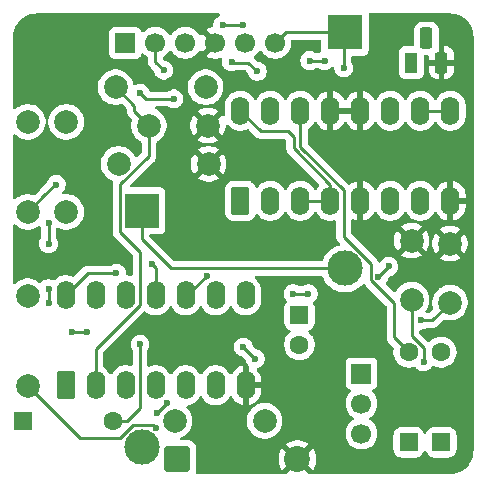
<source format=gbr>
%TF.GenerationSoftware,KiCad,Pcbnew,9.0.7*%
%TF.CreationDate,2026-01-25T23:05:14+01:00*%
%TF.ProjectId,DiceDIP_LowerPart,44696365-4449-4505-9f4c-6f7765725061,rev?*%
%TF.SameCoordinates,Original*%
%TF.FileFunction,Copper,L2,Bot*%
%TF.FilePolarity,Positive*%
%FSLAX46Y46*%
G04 Gerber Fmt 4.6, Leading zero omitted, Abs format (unit mm)*
G04 Created by KiCad (PCBNEW 9.0.7) date 2026-01-25 23:05:14*
%MOMM*%
%LPD*%
G01*
G04 APERTURE LIST*
G04 Aperture macros list*
%AMRoundRect*
0 Rectangle with rounded corners*
0 $1 Rounding radius*
0 $2 $3 $4 $5 $6 $7 $8 $9 X,Y pos of 4 corners*
0 Add a 4 corners polygon primitive as box body*
4,1,4,$2,$3,$4,$5,$6,$7,$8,$9,$2,$3,0*
0 Add four circle primitives for the rounded corners*
1,1,$1+$1,$2,$3*
1,1,$1+$1,$4,$5*
1,1,$1+$1,$6,$7*
1,1,$1+$1,$8,$9*
0 Add four rect primitives between the rounded corners*
20,1,$1+$1,$2,$3,$4,$5,0*
20,1,$1+$1,$4,$5,$6,$7,0*
20,1,$1+$1,$6,$7,$8,$9,0*
20,1,$1+$1,$8,$9,$2,$3,0*%
G04 Aperture macros list end*
%TA.AperFunction,ComponentPad*%
%ADD10C,2.000000*%
%TD*%
%TA.AperFunction,ComponentPad*%
%ADD11R,1.100000X1.800000*%
%TD*%
%TA.AperFunction,ComponentPad*%
%ADD12RoundRect,0.275000X-0.275000X-0.625000X0.275000X-0.625000X0.275000X0.625000X-0.275000X0.625000X0*%
%TD*%
%TA.AperFunction,ComponentPad*%
%ADD13R,1.700000X1.700000*%
%TD*%
%TA.AperFunction,ComponentPad*%
%ADD14C,1.700000*%
%TD*%
%TA.AperFunction,ComponentPad*%
%ADD15RoundRect,0.250000X0.550000X-0.950000X0.550000X0.950000X-0.550000X0.950000X-0.550000X-0.950000X0*%
%TD*%
%TA.AperFunction,ComponentPad*%
%ADD16O,1.600000X2.400000*%
%TD*%
%TA.AperFunction,ComponentPad*%
%ADD17RoundRect,0.249999X-0.850001X-0.850001X0.850001X-0.850001X0.850001X0.850001X-0.850001X0.850001X0*%
%TD*%
%TA.AperFunction,ComponentPad*%
%ADD18C,2.200000*%
%TD*%
%TA.AperFunction,ComponentPad*%
%ADD19RoundRect,0.250000X-0.550000X0.550000X-0.550000X-0.550000X0.550000X-0.550000X0.550000X0.550000X0*%
%TD*%
%TA.AperFunction,ComponentPad*%
%ADD20C,1.600000*%
%TD*%
%TA.AperFunction,ComponentPad*%
%ADD21RoundRect,0.250000X-0.550000X-0.550000X0.550000X-0.550000X0.550000X0.550000X-0.550000X0.550000X0*%
%TD*%
%TA.AperFunction,ComponentPad*%
%ADD22RoundRect,0.250000X0.550000X-0.550000X0.550000X0.550000X-0.550000X0.550000X-0.550000X-0.550000X0*%
%TD*%
%TA.AperFunction,ComponentPad*%
%ADD23R,3.000000X3.000000*%
%TD*%
%TA.AperFunction,ComponentPad*%
%ADD24C,3.000000*%
%TD*%
%TA.AperFunction,ViaPad*%
%ADD25C,0.600000*%
%TD*%
%TA.AperFunction,Conductor*%
%ADD26C,0.250000*%
%TD*%
G04 APERTURE END LIST*
D10*
%TO.P,R4,1*%
%TO.N,Net-(C1-Pad2)*%
X109190000Y-81750000D03*
%TO.P,R4,2*%
%TO.N,Net-(D1-K)*%
X116810000Y-81750000D03*
%TD*%
D11*
%TO.P,Q1,1,C*%
%TO.N,Net-(J4-Pin_3)*%
X134230000Y-79670000D03*
D12*
%TO.P,Q1,2,B*%
%TO.N,Net-(Q1-B)*%
X135500000Y-77600000D03*
%TO.P,Q1,3,E*%
%TO.N,SW_V1*%
X136770000Y-79670000D03*
%TD*%
D13*
%TO.P,J4,1,Pin_1*%
%TO.N,Net-(J4-Pin_1)*%
X110000000Y-78000000D03*
D14*
%TO.P,J4,2,Pin_2*%
%TO.N,Net-(J4-Pin_2)*%
X112540000Y-78000000D03*
%TO.P,J4,3,Pin_3*%
%TO.N,Net-(J4-Pin_3)*%
X115080000Y-78000000D03*
%TO.P,J4,4,Pin_4*%
%TO.N,SW_V1*%
X117620000Y-78000000D03*
%TO.P,J4,5,Pin_5*%
%TO.N,SW_V2*%
X120160000Y-78000000D03*
%TO.P,J4,6,Pin_6*%
%TO.N,VCC*%
X122700000Y-78000000D03*
%TD*%
D13*
%TO.P,J1,1,Pin_1*%
%TO.N,Net-(D10-A)*%
X130000000Y-106000000D03*
D14*
%TO.P,J1,2,Pin_2*%
%TO.N,Net-(D9-A)*%
X130000000Y-108540000D03*
%TO.P,J1,3,Pin_3*%
%TO.N,Net-(D10-K)*%
X130000000Y-111080000D03*
%TD*%
D10*
%TO.P,C1,1*%
%TO.N,SW_V1*%
X117000000Y-85000000D03*
%TO.P,C1,2*%
%TO.N,Net-(C1-Pad2)*%
X112000000Y-85000000D03*
%TD*%
D15*
%TO.P,U1,1,PE*%
%TO.N,Net-(U1-PE)*%
X119750000Y-91370000D03*
D16*
%TO.P,U1,2,Q4*%
%TO.N,unconnected-(U1-Q4-Pad2)*%
X122290000Y-91370000D03*
%TO.P,U1,3,J4*%
%TO.N,VCC*%
X124830000Y-91370000D03*
%TO.P,U1,4,J1*%
X127370000Y-91370000D03*
%TO.P,U1,5,Cin*%
%TO.N,SW_V1*%
X129910000Y-91370000D03*
%TO.P,U1,6,Q1*%
%TO.N,Net-(J4-Pin_1)*%
X132450000Y-91370000D03*
%TO.P,U1,7,Cout*%
%TO.N,Net-(U1-Cout)*%
X134990000Y-91370000D03*
%TO.P,U1,8,VSS*%
%TO.N,SW_V1*%
X137530000Y-91370000D03*
%TO.P,U1,9,B/D*%
%TO.N,VCC*%
X137530000Y-83750000D03*
%TO.P,U1,10,U/D*%
X134990000Y-83750000D03*
%TO.P,U1,11,Q2*%
%TO.N,Net-(D10-A)*%
X132450000Y-83750000D03*
%TO.P,U1,12,J2*%
%TO.N,SW_V1*%
X129910000Y-83750000D03*
%TO.P,U1,13,J3*%
X127370000Y-83750000D03*
%TO.P,U1,14,Q3*%
%TO.N,Net-(D9-A)*%
X124830000Y-83750000D03*
%TO.P,U1,15,CK*%
%TO.N,Net-(D1-K)*%
X122290000Y-83750000D03*
%TO.P,U1,16,VDD*%
%TO.N,VCC*%
X119750000Y-83750000D03*
%TD*%
D17*
%TO.P,D11,1,K*%
%TO.N,Net-(BT1--)*%
X114420000Y-113250000D03*
D18*
%TO.P,D11,2,A*%
%TO.N,SW_V1*%
X124580000Y-113250000D03*
%TD*%
D19*
%TO.P,C3,1*%
%TO.N,VCC*%
X124750000Y-101044887D03*
D20*
%TO.P,C3,2*%
%TO.N,Net-(C3-Pad2)*%
X124750000Y-103544887D03*
%TD*%
D10*
%TO.P,R2,1*%
%TO.N,Net-(D1-K)*%
X101750000Y-92310000D03*
%TO.P,R2,2*%
%TO.N,Net-(C3-Pad2)*%
X101750000Y-84690000D03*
%TD*%
%TO.P,R3,1*%
%TO.N,SW_V1*%
X117060000Y-88250000D03*
%TO.P,R3,2*%
%TO.N,SW_V2*%
X109440000Y-88250000D03*
%TD*%
%TO.P,R1,1*%
%TO.N,Net-(D1-A)*%
X105000000Y-92310000D03*
%TO.P,R1,2*%
%TO.N,Net-(C3-Pad2)*%
X105000000Y-84690000D03*
%TD*%
D21*
%TO.P,D1,1,K*%
%TO.N,Net-(D1-K)*%
X101380000Y-110000000D03*
D20*
%TO.P,D1,2,A*%
%TO.N,Net-(D1-A)*%
X109000000Y-110000000D03*
%TD*%
D22*
%TO.P,D9,1,K*%
%TO.N,Net-(D10-K)*%
X134000000Y-111810000D03*
D20*
%TO.P,D9,2,A*%
%TO.N,Net-(D9-A)*%
X134000000Y-104190000D03*
%TD*%
D10*
%TO.P,C2,1*%
%TO.N,SW_V1*%
X137500000Y-95000000D03*
%TO.P,C2,2*%
%TO.N,VCC*%
X137500000Y-100000000D03*
%TD*%
D22*
%TO.P,D10,1,K*%
%TO.N,Net-(D10-K)*%
X136750000Y-111810000D03*
D20*
%TO.P,D10,2,A*%
%TO.N,Net-(D10-A)*%
X136750000Y-104190000D03*
%TD*%
D10*
%TO.P,C4,1*%
%TO.N,SW_V1*%
X134250000Y-94750000D03*
%TO.P,C4,2*%
%TO.N,SW_V2*%
X134250000Y-99750000D03*
%TD*%
%TO.P,R5,1*%
%TO.N,Net-(R5-Pad1)*%
X114190000Y-110000000D03*
%TO.P,R5,2*%
%TO.N,Net-(Q1-B)*%
X121810000Y-110000000D03*
%TD*%
D15*
%TO.P,U2,1*%
%TO.N,SW_V2*%
X104960000Y-107000000D03*
D16*
%TO.P,U2,2*%
%TO.N,Net-(C1-Pad2)*%
X107500000Y-107000000D03*
%TO.P,U2,3*%
%TO.N,Net-(D1-K)*%
X110040000Y-107000000D03*
%TO.P,U2,4*%
%TO.N,Net-(R5-Pad1)*%
X112580000Y-107000000D03*
%TO.P,U2,5*%
%TO.N,Net-(C3-Pad2)*%
X115120000Y-107000000D03*
%TO.P,U2,6*%
X117660000Y-107000000D03*
%TO.P,U2,7,Vss*%
%TO.N,SW_V1*%
X120200000Y-107000000D03*
%TO.P,U2,8*%
%TO.N,Net-(U1-Cout)*%
X120200000Y-99380000D03*
%TO.P,U2,9*%
%TO.N,VCC*%
X117660000Y-99380000D03*
%TO.P,U2,10*%
%TO.N,Net-(U1-PE)*%
X115120000Y-99380000D03*
%TO.P,U2,11*%
%TO.N,Net-(J4-Pin_2)*%
X112580000Y-99380000D03*
%TO.P,U2,12*%
%TO.N,Net-(D9-A)*%
X110040000Y-99380000D03*
%TO.P,U2,13*%
%TO.N,Net-(R5-Pad1)*%
X107500000Y-99380000D03*
%TO.P,U2,14,Vdd*%
%TO.N,VCC*%
X104960000Y-99380000D03*
%TD*%
D10*
%TO.P,R10,1*%
%TO.N,SW_V2*%
X101750000Y-107060000D03*
%TO.P,R10,2*%
%TO.N,VCC*%
X101750000Y-99440000D03*
%TD*%
D23*
%TO.P,BT2,1,+*%
%TO.N,VCC*%
X128600000Y-77100000D03*
D24*
%TO.P,BT2,2,-*%
%TO.N,Net-(BT1-+)*%
X128599999Y-97100001D03*
%TD*%
D23*
%TO.P,BT1,1,+*%
%TO.N,Net-(BT1-+)*%
X111400000Y-92200000D03*
D24*
%TO.P,BT1,2,-*%
%TO.N,Net-(BT1--)*%
X111400000Y-112200000D03*
%TD*%
D25*
%TO.N,VCC*%
X135000000Y-101500000D03*
X109251000Y-97500000D03*
X128500000Y-80125000D03*
%TO.N,Net-(C3-Pad2)*%
X103500000Y-95000000D03*
X103500000Y-100065000D03*
X113536942Y-108463058D03*
X103536942Y-93213058D03*
X103500000Y-98815000D03*
X106750000Y-102500000D03*
X105461000Y-102500000D03*
X112653058Y-109346942D03*
%TO.N,SW_V2*%
X112608774Y-110606615D03*
X135250000Y-105000000D03*
%TO.N,Net-(D1-K)*%
X111250000Y-82250000D03*
X114125000Y-82750000D03*
X104161942Y-90000000D03*
%TO.N,Net-(D1-A)*%
X111250000Y-103500000D03*
%TO.N,Net-(D9-A)*%
X121000000Y-104750000D03*
X120000000Y-103750000D03*
%TO.N,Net-(J4-Pin_1)*%
X118995558Y-79620558D03*
X121166942Y-80416942D03*
%TO.N,Net-(U1-Cout)*%
X125500000Y-99250000D03*
X132316942Y-96933058D03*
X131433058Y-97816942D03*
X124205000Y-99250000D03*
%TO.N,Net-(U1-PE)*%
X116888884Y-97725001D03*
%TO.N,Net-(J4-Pin_2)*%
X113250000Y-80308058D03*
X112250000Y-96750000D03*
%TO.N,Net-(J4-Pin_3)*%
X125625000Y-79500000D03*
X126875000Y-79500000D03*
X118243058Y-76493058D03*
X120001942Y-76501942D03*
%TD*%
D26*
%TO.N,Net-(BT1-+)*%
X113850001Y-97100001D02*
X111400000Y-94650000D01*
X111400000Y-94650000D02*
X111400000Y-92200000D01*
X128599999Y-97100001D02*
X113850001Y-97100001D01*
%TO.N,VCC*%
X135000000Y-101500000D02*
X136000000Y-101500000D01*
X124250000Y-86000000D02*
X124250000Y-86887810D01*
X109251000Y-97500000D02*
X106840000Y-97500000D01*
X134990000Y-83750000D02*
X137530000Y-83750000D01*
X124830000Y-91370000D02*
X127370000Y-91370000D01*
X136000000Y-101500000D02*
X137500000Y-100000000D01*
X121500000Y-85500000D02*
X123750000Y-85500000D01*
X128500000Y-77200000D02*
X128600000Y-77100000D01*
X106840000Y-97500000D02*
X104960000Y-99380000D01*
X123750000Y-85500000D02*
X124250000Y-86000000D01*
X119750000Y-83750000D02*
X121500000Y-85500000D01*
X128500000Y-80125000D02*
X128500000Y-77200000D01*
X127370000Y-90007810D02*
X127370000Y-91370000D01*
X128600000Y-77100000D02*
X123600000Y-77100000D01*
X124250000Y-86887810D02*
X127370000Y-90007810D01*
X123600000Y-77100000D02*
X122700000Y-78000000D01*
X134990000Y-83490000D02*
X134990000Y-83750000D01*
%TO.N,Net-(C1-Pad2)*%
X112000000Y-87565248D02*
X112000000Y-85000000D01*
X107500000Y-107000000D02*
X107500000Y-103912404D01*
X110750000Y-83310000D02*
X110750000Y-83750000D01*
X112000000Y-85000000D02*
X110750000Y-83750000D01*
X109190000Y-81750000D02*
X110750000Y-83310000D01*
X111250000Y-100162404D02*
X111250000Y-95702000D01*
X111250000Y-95702000D02*
X109574000Y-94026000D01*
X109574000Y-94026000D02*
X109574000Y-89991248D01*
X109574000Y-89991248D02*
X112000000Y-87565248D01*
X107500000Y-103912404D02*
X111250000Y-100162404D01*
%TO.N,Net-(C3-Pad2)*%
X103500000Y-100065000D02*
X103500000Y-98815000D01*
X113536942Y-108463058D02*
X112653058Y-109346942D01*
X106750000Y-102500000D02*
X105461000Y-102500000D01*
X103500000Y-95000000D02*
X103500000Y-93250000D01*
X103500000Y-93250000D02*
X103536942Y-93213058D01*
%TO.N,SW_V2*%
X134250000Y-102847595D02*
X134250000Y-99750000D01*
X106133646Y-111443646D02*
X109574000Y-111443646D01*
X135250000Y-103847595D02*
X134250000Y-102847595D01*
X110643646Y-110374000D02*
X112376159Y-110374000D01*
X101750000Y-107060000D02*
X106133646Y-111443646D01*
X109574000Y-111443646D02*
X110643646Y-110374000D01*
X112376159Y-110374000D02*
X112608774Y-110606615D01*
X135250000Y-105000000D02*
X135250000Y-103847595D01*
%TO.N,Net-(D1-K)*%
X111750000Y-82750000D02*
X111250000Y-82250000D01*
X104060000Y-90000000D02*
X104161942Y-90000000D01*
X103155000Y-90905000D02*
X104060000Y-90000000D01*
X103155000Y-90905000D02*
X101750000Y-92310000D01*
X114125000Y-82750000D02*
X111750000Y-82750000D01*
%TO.N,Net-(D1-A)*%
X111250000Y-108881370D02*
X110131370Y-110000000D01*
X111250000Y-103500000D02*
X111250000Y-108881370D01*
X110131370Y-110000000D02*
X109000000Y-110000000D01*
%TO.N,Net-(D9-A)*%
X132750000Y-102940000D02*
X134000000Y-104190000D01*
X132730818Y-100000000D02*
X132750000Y-100000000D01*
X124830000Y-83750000D02*
X124830000Y-86830000D01*
X132750000Y-100000000D02*
X132750000Y-102940000D01*
X124830000Y-86830000D02*
X128496000Y-90496000D01*
X128496000Y-90496000D02*
X128496000Y-94413648D01*
X121000000Y-104750000D02*
X120000000Y-103750000D01*
X130791176Y-96708824D02*
X130791176Y-98060358D01*
X130791176Y-98060358D02*
X132730818Y-100000000D01*
X128496000Y-94413648D02*
X130791176Y-96708824D01*
%TO.N,Net-(J4-Pin_1)*%
X120433058Y-79683058D02*
X121166942Y-80416942D01*
X118995558Y-79620558D02*
X119058058Y-79683058D01*
X119058058Y-79683058D02*
X120433058Y-79683058D01*
%TO.N,Net-(U1-Cout)*%
X125500000Y-99250000D02*
X124205000Y-99250000D01*
X132316942Y-96933058D02*
X131433058Y-97816942D01*
%TO.N,Net-(U1-PE)*%
X115233885Y-99380000D02*
X116888884Y-97725001D01*
X115120000Y-99380000D02*
X115233885Y-99380000D01*
%TO.N,Net-(J4-Pin_2)*%
X112250000Y-96750000D02*
X112580000Y-97080000D01*
X113250000Y-80308058D02*
X112540000Y-79598058D01*
X112540000Y-79598058D02*
X112540000Y-78000000D01*
X112580000Y-97080000D02*
X112580000Y-99380000D01*
%TO.N,Net-(J4-Pin_3)*%
X120001942Y-76501942D02*
X118251942Y-76501942D01*
X126875000Y-79500000D02*
X125625000Y-79500000D01*
X118251942Y-76501942D02*
X118243058Y-76493058D01*
%TD*%
%TA.AperFunction,Conductor*%
%TO.N,SW_V1*%
G36*
X117991147Y-75520185D02*
G01*
X118036902Y-75572989D01*
X118046846Y-75642147D01*
X118017821Y-75705703D01*
X117971560Y-75739061D01*
X117863885Y-75783660D01*
X117863872Y-75783667D01*
X117732769Y-75871268D01*
X117732765Y-75871271D01*
X117621271Y-75982765D01*
X117621268Y-75982769D01*
X117533667Y-76113872D01*
X117533660Y-76113885D01*
X117473322Y-76259556D01*
X117473319Y-76259568D01*
X117442558Y-76414211D01*
X117442558Y-76555370D01*
X117422873Y-76622409D01*
X117370069Y-76668164D01*
X117337958Y-76677843D01*
X117303869Y-76683242D01*
X117101782Y-76748904D01*
X116912439Y-76845380D01*
X116858282Y-76884727D01*
X116858282Y-76884728D01*
X117490591Y-77517037D01*
X117427007Y-77534075D01*
X117312993Y-77599901D01*
X117219901Y-77692993D01*
X117154075Y-77807007D01*
X117137037Y-77870591D01*
X116504728Y-77238282D01*
X116504727Y-77238282D01*
X116465380Y-77292440D01*
X116465376Y-77292446D01*
X116460760Y-77301505D01*
X116412781Y-77352297D01*
X116344959Y-77369087D01*
X116278826Y-77346543D01*
X116239794Y-77301493D01*
X116235051Y-77292184D01*
X116235049Y-77292181D01*
X116235048Y-77292179D01*
X116110109Y-77120213D01*
X115959786Y-76969890D01*
X115787820Y-76844951D01*
X115598414Y-76748444D01*
X115598413Y-76748443D01*
X115598412Y-76748443D01*
X115396243Y-76682754D01*
X115396241Y-76682753D01*
X115396240Y-76682753D01*
X115234957Y-76657208D01*
X115186287Y-76649500D01*
X114973713Y-76649500D01*
X114925042Y-76657208D01*
X114763760Y-76682753D01*
X114561585Y-76748444D01*
X114372179Y-76844951D01*
X114200213Y-76969890D01*
X114049890Y-77120213D01*
X113924949Y-77292182D01*
X113920484Y-77300946D01*
X113872509Y-77351742D01*
X113804688Y-77368536D01*
X113738553Y-77345998D01*
X113699516Y-77300946D01*
X113695050Y-77292182D01*
X113570109Y-77120213D01*
X113419786Y-76969890D01*
X113247820Y-76844951D01*
X113058414Y-76748444D01*
X113058413Y-76748443D01*
X113058412Y-76748443D01*
X112856243Y-76682754D01*
X112856241Y-76682753D01*
X112856240Y-76682753D01*
X112694957Y-76657208D01*
X112646287Y-76649500D01*
X112433713Y-76649500D01*
X112385042Y-76657208D01*
X112223760Y-76682753D01*
X112021585Y-76748444D01*
X111832179Y-76844951D01*
X111660215Y-76969889D01*
X111546673Y-77083431D01*
X111485350Y-77116915D01*
X111415658Y-77111931D01*
X111359725Y-77070059D01*
X111342810Y-77039082D01*
X111293797Y-76907671D01*
X111293793Y-76907664D01*
X111207547Y-76792455D01*
X111207544Y-76792452D01*
X111092335Y-76706206D01*
X111092328Y-76706202D01*
X110957482Y-76655908D01*
X110957483Y-76655908D01*
X110897883Y-76649501D01*
X110897881Y-76649500D01*
X110897873Y-76649500D01*
X110897864Y-76649500D01*
X109102129Y-76649500D01*
X109102123Y-76649501D01*
X109042516Y-76655908D01*
X108907671Y-76706202D01*
X108907664Y-76706206D01*
X108792455Y-76792452D01*
X108792452Y-76792455D01*
X108706206Y-76907664D01*
X108706202Y-76907671D01*
X108655908Y-77042517D01*
X108649501Y-77102116D01*
X108649500Y-77102135D01*
X108649500Y-78897870D01*
X108649501Y-78897876D01*
X108655908Y-78957483D01*
X108706202Y-79092328D01*
X108706206Y-79092335D01*
X108792452Y-79207544D01*
X108792455Y-79207547D01*
X108907664Y-79293793D01*
X108907671Y-79293797D01*
X109042517Y-79344091D01*
X109042516Y-79344091D01*
X109049444Y-79344835D01*
X109102127Y-79350500D01*
X110897872Y-79350499D01*
X110957483Y-79344091D01*
X111092331Y-79293796D01*
X111207546Y-79207546D01*
X111293796Y-79092331D01*
X111342810Y-78960916D01*
X111384681Y-78904984D01*
X111450145Y-78880566D01*
X111518418Y-78895417D01*
X111546673Y-78916569D01*
X111660213Y-79030109D01*
X111832181Y-79155050D01*
X111846792Y-79162494D01*
X111897589Y-79210467D01*
X111914500Y-79272980D01*
X111914500Y-79659665D01*
X111919465Y-79684628D01*
X111919464Y-79684628D01*
X111938535Y-79780503D01*
X111938540Y-79780521D01*
X111948933Y-79805609D01*
X111950877Y-79810302D01*
X111985688Y-79894344D01*
X112019915Y-79945567D01*
X112023864Y-79951477D01*
X112054140Y-79996789D01*
X112054141Y-79996790D01*
X112054142Y-79996791D01*
X112141267Y-80083916D01*
X112141268Y-80083916D01*
X112148335Y-80090983D01*
X112148334Y-80090983D01*
X112148338Y-80090986D01*
X112424205Y-80366853D01*
X112457690Y-80428176D01*
X112458141Y-80430343D01*
X112480261Y-80541547D01*
X112480264Y-80541559D01*
X112540602Y-80687230D01*
X112540609Y-80687243D01*
X112628210Y-80818346D01*
X112628213Y-80818350D01*
X112739707Y-80929844D01*
X112739711Y-80929847D01*
X112870814Y-81017448D01*
X112870827Y-81017455D01*
X112998891Y-81070500D01*
X113016503Y-81077795D01*
X113171153Y-81108557D01*
X113171156Y-81108558D01*
X113171158Y-81108558D01*
X113328844Y-81108558D01*
X113328845Y-81108557D01*
X113483497Y-81077795D01*
X113629179Y-81017452D01*
X113760289Y-80929847D01*
X113871789Y-80818347D01*
X113959394Y-80687237D01*
X114019737Y-80541555D01*
X114050500Y-80386900D01*
X114050500Y-80229216D01*
X114050500Y-80229213D01*
X114050499Y-80229211D01*
X114046556Y-80209390D01*
X114019737Y-80074561D01*
X114007970Y-80046153D01*
X113959397Y-79928885D01*
X113959390Y-79928872D01*
X113871789Y-79797769D01*
X113871786Y-79797765D01*
X113760292Y-79686271D01*
X113760288Y-79686268D01*
X113629185Y-79598667D01*
X113629172Y-79598660D01*
X113483501Y-79538322D01*
X113483489Y-79538319D01*
X113372285Y-79516199D01*
X113355529Y-79507434D01*
X113337049Y-79503414D01*
X113312007Y-79484668D01*
X113310374Y-79483814D01*
X113308856Y-79482324D01*
X113201817Y-79375284D01*
X113168334Y-79313963D01*
X113165500Y-79287605D01*
X113165500Y-79272980D01*
X113173120Y-79247026D01*
X113173318Y-79244271D01*
X113174324Y-79242925D01*
X113185185Y-79205941D01*
X113233208Y-79162494D01*
X113238969Y-79159559D01*
X113247816Y-79155051D01*
X113247815Y-79155051D01*
X113247818Y-79155050D01*
X113419786Y-79030109D01*
X113419788Y-79030106D01*
X113419792Y-79030104D01*
X113570104Y-78879792D01*
X113570106Y-78879788D01*
X113570109Y-78879786D01*
X113684648Y-78722135D01*
X113695051Y-78707816D01*
X113699514Y-78699054D01*
X113747488Y-78648259D01*
X113815308Y-78631463D01*
X113881444Y-78653999D01*
X113920484Y-78699054D01*
X113924336Y-78706613D01*
X113924951Y-78707820D01*
X114049890Y-78879786D01*
X114200213Y-79030109D01*
X114372179Y-79155048D01*
X114372181Y-79155049D01*
X114372184Y-79155051D01*
X114561588Y-79251557D01*
X114763757Y-79317246D01*
X114973713Y-79350500D01*
X114973714Y-79350500D01*
X115186286Y-79350500D01*
X115186287Y-79350500D01*
X115396243Y-79317246D01*
X115598412Y-79251557D01*
X115787816Y-79155051D01*
X115858550Y-79103660D01*
X115959786Y-79030109D01*
X115959788Y-79030106D01*
X115959792Y-79030104D01*
X116110104Y-78879792D01*
X116110106Y-78879788D01*
X116110109Y-78879786D01*
X116189316Y-78770765D01*
X116235051Y-78707816D01*
X116239793Y-78698508D01*
X116287763Y-78647711D01*
X116355583Y-78630911D01*
X116421719Y-78653445D01*
X116460763Y-78698500D01*
X116465373Y-78707547D01*
X116504728Y-78761716D01*
X117137037Y-78129408D01*
X117154075Y-78192993D01*
X117219901Y-78307007D01*
X117312993Y-78400099D01*
X117427007Y-78465925D01*
X117490589Y-78482962D01*
X116858282Y-79115269D01*
X116858282Y-79115270D01*
X116912449Y-79154624D01*
X117101782Y-79251095D01*
X117303870Y-79316757D01*
X117513754Y-79350000D01*
X117726246Y-79350000D01*
X117936126Y-79316758D01*
X118059577Y-79276646D01*
X118129419Y-79274651D01*
X118189252Y-79310731D01*
X118220080Y-79373432D01*
X118219513Y-79418768D01*
X118195058Y-79541711D01*
X118195058Y-79699404D01*
X118225819Y-79854047D01*
X118225822Y-79854059D01*
X118286160Y-79999730D01*
X118286167Y-79999743D01*
X118373768Y-80130846D01*
X118373771Y-80130850D01*
X118485265Y-80242344D01*
X118485269Y-80242347D01*
X118616372Y-80329948D01*
X118616385Y-80329955D01*
X118753874Y-80386904D01*
X118762061Y-80390295D01*
X118916711Y-80421057D01*
X118916714Y-80421058D01*
X118916716Y-80421058D01*
X119074402Y-80421058D01*
X119074403Y-80421057D01*
X119229055Y-80390295D01*
X119374737Y-80329952D01*
X119375481Y-80329455D01*
X119375929Y-80329314D01*
X119380104Y-80327083D01*
X119380527Y-80327874D01*
X119442158Y-80308578D01*
X119444370Y-80308558D01*
X120122606Y-80308558D01*
X120152046Y-80317202D01*
X120182033Y-80323726D01*
X120187048Y-80327480D01*
X120189645Y-80328243D01*
X120210287Y-80344877D01*
X120341147Y-80475737D01*
X120374632Y-80537060D01*
X120375083Y-80539227D01*
X120397203Y-80650431D01*
X120397206Y-80650443D01*
X120457544Y-80796114D01*
X120457551Y-80796127D01*
X120545152Y-80927230D01*
X120545155Y-80927234D01*
X120656649Y-81038728D01*
X120656653Y-81038731D01*
X120787756Y-81126332D01*
X120787769Y-81126339D01*
X120902842Y-81174003D01*
X120933445Y-81186679D01*
X121088095Y-81217441D01*
X121088098Y-81217442D01*
X121088100Y-81217442D01*
X121245786Y-81217442D01*
X121245787Y-81217441D01*
X121400439Y-81186679D01*
X121546121Y-81126336D01*
X121677231Y-81038731D01*
X121788731Y-80927231D01*
X121876336Y-80796121D01*
X121936679Y-80650439D01*
X121967442Y-80495784D01*
X121967442Y-80338100D01*
X121967442Y-80338097D01*
X121967441Y-80338095D01*
X121959963Y-80300499D01*
X121936679Y-80183445D01*
X121914894Y-80130850D01*
X121876339Y-80037769D01*
X121876332Y-80037756D01*
X121788731Y-79906653D01*
X121788728Y-79906649D01*
X121677234Y-79795155D01*
X121677230Y-79795152D01*
X121546127Y-79707551D01*
X121546114Y-79707544D01*
X121400443Y-79647206D01*
X121400431Y-79647203D01*
X121289227Y-79625083D01*
X121227316Y-79592698D01*
X121225737Y-79591147D01*
X120925986Y-79291396D01*
X120925143Y-79290553D01*
X120914017Y-79270148D01*
X120914016Y-79270144D01*
X120908117Y-79259325D01*
X120891714Y-79229285D01*
X120891716Y-79229244D01*
X120891697Y-79229208D01*
X120894196Y-79194573D01*
X120896698Y-79159593D01*
X120896723Y-79159559D01*
X120896726Y-79159520D01*
X120917230Y-79132165D01*
X120938570Y-79103660D01*
X120938632Y-79103614D01*
X120938634Y-79103612D01*
X120939851Y-79102714D01*
X121039792Y-79030104D01*
X121190104Y-78879792D01*
X121190106Y-78879788D01*
X121190109Y-78879786D01*
X121304648Y-78722135D01*
X121315051Y-78707816D01*
X121319514Y-78699054D01*
X121367488Y-78648259D01*
X121435308Y-78631463D01*
X121501444Y-78653999D01*
X121540484Y-78699054D01*
X121544336Y-78706613D01*
X121544951Y-78707820D01*
X121669890Y-78879786D01*
X121820213Y-79030109D01*
X121992179Y-79155048D01*
X121992181Y-79155049D01*
X121992184Y-79155051D01*
X122181588Y-79251557D01*
X122383757Y-79317246D01*
X122593713Y-79350500D01*
X122593714Y-79350500D01*
X122806286Y-79350500D01*
X122806287Y-79350500D01*
X123016243Y-79317246D01*
X123218412Y-79251557D01*
X123407816Y-79155051D01*
X123478550Y-79103660D01*
X123579786Y-79030109D01*
X123579788Y-79030106D01*
X123579792Y-79030104D01*
X123730104Y-78879792D01*
X123730106Y-78879788D01*
X123730109Y-78879786D01*
X123844648Y-78722135D01*
X123855051Y-78707816D01*
X123951557Y-78518412D01*
X124017246Y-78316243D01*
X124050500Y-78106287D01*
X124050500Y-77893713D01*
X124046569Y-77868896D01*
X124055523Y-77799606D01*
X124100518Y-77746154D01*
X124167269Y-77725513D01*
X124169042Y-77725500D01*
X126475501Y-77725500D01*
X126542540Y-77745185D01*
X126588295Y-77797989D01*
X126599501Y-77849500D01*
X126599501Y-78647870D01*
X126599502Y-78647891D01*
X126599849Y-78651120D01*
X126587439Y-78719879D01*
X126540241Y-78770765D01*
X126532419Y-78775446D01*
X126495821Y-78790606D01*
X126398981Y-78855312D01*
X126396332Y-78856898D01*
X126365382Y-78864924D01*
X126334864Y-78874480D01*
X126332650Y-78874500D01*
X126167350Y-78874500D01*
X126100311Y-78854815D01*
X126098459Y-78853602D01*
X126004184Y-78790609D01*
X126004172Y-78790602D01*
X125858501Y-78730264D01*
X125858489Y-78730261D01*
X125703845Y-78699500D01*
X125703842Y-78699500D01*
X125546158Y-78699500D01*
X125546155Y-78699500D01*
X125391510Y-78730261D01*
X125391498Y-78730264D01*
X125245827Y-78790602D01*
X125245814Y-78790609D01*
X125114711Y-78878210D01*
X125114707Y-78878213D01*
X125003213Y-78989707D01*
X125003210Y-78989711D01*
X124915609Y-79120814D01*
X124915602Y-79120827D01*
X124855264Y-79266498D01*
X124855261Y-79266510D01*
X124824500Y-79421153D01*
X124824500Y-79578846D01*
X124855261Y-79733489D01*
X124855264Y-79733501D01*
X124915602Y-79879172D01*
X124915609Y-79879185D01*
X125003210Y-80010288D01*
X125003213Y-80010292D01*
X125114707Y-80121786D01*
X125114711Y-80121789D01*
X125245814Y-80209390D01*
X125245827Y-80209397D01*
X125325377Y-80242347D01*
X125391503Y-80269737D01*
X125546153Y-80300499D01*
X125546156Y-80300500D01*
X125546158Y-80300500D01*
X125703844Y-80300500D01*
X125703845Y-80300499D01*
X125858497Y-80269737D01*
X126004179Y-80209394D01*
X126098459Y-80146398D01*
X126116505Y-80140747D01*
X126132415Y-80130523D01*
X126163374Y-80126071D01*
X126165136Y-80125520D01*
X126167350Y-80125500D01*
X126332650Y-80125500D01*
X126399689Y-80145185D01*
X126401541Y-80146398D01*
X126495821Y-80209394D01*
X126495823Y-80209395D01*
X126495827Y-80209397D01*
X126575377Y-80242347D01*
X126641503Y-80269737D01*
X126796153Y-80300499D01*
X126796156Y-80300500D01*
X126796158Y-80300500D01*
X126953844Y-80300500D01*
X126953845Y-80300499D01*
X127108497Y-80269737D01*
X127254179Y-80209394D01*
X127385289Y-80121789D01*
X127432522Y-80074556D01*
X127487819Y-80019260D01*
X127549142Y-79985775D01*
X127618834Y-79990759D01*
X127674767Y-80032631D01*
X127699184Y-80098095D01*
X127699500Y-80106941D01*
X127699500Y-80203846D01*
X127730261Y-80358489D01*
X127730264Y-80358501D01*
X127790602Y-80504172D01*
X127790609Y-80504185D01*
X127878210Y-80635288D01*
X127878213Y-80635292D01*
X127989707Y-80746786D01*
X127989711Y-80746789D01*
X128120814Y-80834390D01*
X128120827Y-80834397D01*
X128266498Y-80894735D01*
X128266503Y-80894737D01*
X128421153Y-80925499D01*
X128421156Y-80925500D01*
X128421158Y-80925500D01*
X128578844Y-80925500D01*
X128578845Y-80925499D01*
X128733497Y-80894737D01*
X128879179Y-80834394D01*
X129010289Y-80746789D01*
X129121789Y-80635289D01*
X129209394Y-80504179D01*
X129212871Y-80495786D01*
X129240875Y-80428176D01*
X129269737Y-80358497D01*
X129300500Y-80203842D01*
X129300500Y-80046158D01*
X129300500Y-80046155D01*
X129300499Y-80046153D01*
X129288489Y-79985775D01*
X129269737Y-79891503D01*
X129229828Y-79795153D01*
X129209397Y-79745828D01*
X129209396Y-79745827D01*
X129209394Y-79745821D01*
X129146397Y-79651539D01*
X129125520Y-79584863D01*
X129125500Y-79582650D01*
X129125500Y-79224499D01*
X129145185Y-79157460D01*
X129197989Y-79111705D01*
X129249500Y-79100499D01*
X130147871Y-79100499D01*
X130147872Y-79100499D01*
X130207483Y-79094091D01*
X130342331Y-79043796D01*
X130457546Y-78957546D01*
X130543796Y-78842331D01*
X130588626Y-78722135D01*
X133179500Y-78722135D01*
X133179500Y-80617870D01*
X133179501Y-80617876D01*
X133185908Y-80677483D01*
X133236202Y-80812328D01*
X133236206Y-80812335D01*
X133322452Y-80927544D01*
X133322455Y-80927547D01*
X133437664Y-81013793D01*
X133437671Y-81013797D01*
X133572517Y-81064091D01*
X133572516Y-81064091D01*
X133579444Y-81064835D01*
X133632127Y-81070500D01*
X134827872Y-81070499D01*
X134887483Y-81064091D01*
X135022331Y-81013796D01*
X135137546Y-80927546D01*
X135223796Y-80812331D01*
X135274091Y-80677483D01*
X135280500Y-80617873D01*
X135280500Y-80338530D01*
X135720000Y-80338530D01*
X135734648Y-80468539D01*
X135792330Y-80633386D01*
X135885246Y-80781262D01*
X136008737Y-80904753D01*
X136156613Y-80997669D01*
X136321460Y-81055351D01*
X136451469Y-81069999D01*
X136451473Y-81070000D01*
X136520000Y-81070000D01*
X137020000Y-81070000D01*
X137088527Y-81070000D01*
X137088530Y-81069999D01*
X137218539Y-81055351D01*
X137383386Y-80997669D01*
X137531262Y-80904753D01*
X137654753Y-80781262D01*
X137747669Y-80633386D01*
X137805351Y-80468539D01*
X137819999Y-80338530D01*
X137820000Y-80338526D01*
X137820000Y-79920000D01*
X137020000Y-79920000D01*
X137020000Y-81070000D01*
X136520000Y-81070000D01*
X136520000Y-79920000D01*
X135720000Y-79920000D01*
X135720000Y-80338530D01*
X135280500Y-80338530D01*
X135280499Y-79124499D01*
X135300184Y-79057461D01*
X135352988Y-79011706D01*
X135404499Y-79000500D01*
X135596000Y-79000500D01*
X135663039Y-79020185D01*
X135708794Y-79072989D01*
X135720000Y-79124500D01*
X135720000Y-79420000D01*
X136423590Y-79420000D01*
X136469925Y-79500255D01*
X136539745Y-79570075D01*
X136625255Y-79619444D01*
X136720630Y-79645000D01*
X136819370Y-79645000D01*
X136914745Y-79619444D01*
X137000255Y-79570075D01*
X137070075Y-79500255D01*
X137116410Y-79420000D01*
X137820000Y-79420000D01*
X137820000Y-79001473D01*
X137819999Y-79001469D01*
X137805351Y-78871460D01*
X137747669Y-78706613D01*
X137654753Y-78558737D01*
X137531262Y-78435246D01*
X137383386Y-78342330D01*
X137218539Y-78284648D01*
X137088530Y-78270000D01*
X137020000Y-78270000D01*
X137020000Y-78989670D01*
X137000255Y-78969925D01*
X136914745Y-78920556D01*
X136819370Y-78895000D01*
X136720630Y-78895000D01*
X136625255Y-78920556D01*
X136539745Y-78969925D01*
X136520000Y-78989670D01*
X136520000Y-78464994D01*
X136520940Y-78449759D01*
X136522571Y-78436577D01*
X136535841Y-78398657D01*
X136550500Y-78268552D01*
X136550500Y-76931448D01*
X136540506Y-76842750D01*
X136535842Y-76801351D01*
X136535841Y-76801349D01*
X136535841Y-76801343D01*
X136478122Y-76636394D01*
X136385147Y-76488424D01*
X136261576Y-76364853D01*
X136113606Y-76271878D01*
X136113605Y-76271877D01*
X136113604Y-76271877D01*
X135948658Y-76214159D01*
X135948648Y-76214157D01*
X135818558Y-76199500D01*
X135818552Y-76199500D01*
X135181448Y-76199500D01*
X135181441Y-76199500D01*
X135051351Y-76214157D01*
X135051341Y-76214159D01*
X134886395Y-76271877D01*
X134738423Y-76364853D01*
X134614853Y-76488423D01*
X134521877Y-76636395D01*
X134464159Y-76801341D01*
X134464157Y-76801351D01*
X134449500Y-76931441D01*
X134449500Y-78145500D01*
X134429815Y-78212539D01*
X134377011Y-78258294D01*
X134325500Y-78269500D01*
X133632129Y-78269500D01*
X133632123Y-78269501D01*
X133572516Y-78275908D01*
X133437671Y-78326202D01*
X133437664Y-78326206D01*
X133322455Y-78412452D01*
X133322452Y-78412455D01*
X133236206Y-78527664D01*
X133236202Y-78527671D01*
X133185908Y-78662517D01*
X133179501Y-78722116D01*
X133179500Y-78722135D01*
X130588626Y-78722135D01*
X130594091Y-78707483D01*
X130600500Y-78647873D01*
X130600499Y-75624499D01*
X130620184Y-75557461D01*
X130672988Y-75511706D01*
X130724499Y-75500500D01*
X137434108Y-75500500D01*
X137495933Y-75500500D01*
X137504043Y-75500765D01*
X137752895Y-75517075D01*
X137768953Y-75519190D01*
X137961353Y-75557461D01*
X138009535Y-75567045D01*
X138025202Y-75571243D01*
X138182093Y-75624500D01*
X138257481Y-75650091D01*
X138272458Y-75656294D01*
X138440293Y-75739061D01*
X138492460Y-75764787D01*
X138506507Y-75772897D01*
X138535911Y-75792544D01*
X138710464Y-75909177D01*
X138723325Y-75919045D01*
X138806118Y-75991653D01*
X138907749Y-76080781D01*
X138919218Y-76092250D01*
X138957526Y-76135932D01*
X139076747Y-76271878D01*
X139080951Y-76276671D01*
X139090825Y-76289539D01*
X139227102Y-76493492D01*
X139235212Y-76507539D01*
X139343702Y-76727534D01*
X139349909Y-76742520D01*
X139428756Y-76974797D01*
X139432954Y-76990463D01*
X139432954Y-76990464D01*
X139480807Y-77231035D01*
X139482925Y-77247116D01*
X139499235Y-77495956D01*
X139499500Y-77504066D01*
X139499500Y-112495933D01*
X139499235Y-112504043D01*
X139482925Y-112752883D01*
X139480807Y-112768964D01*
X139432954Y-113009535D01*
X139428756Y-113025202D01*
X139349909Y-113257479D01*
X139343702Y-113272465D01*
X139235212Y-113492460D01*
X139227102Y-113506507D01*
X139090825Y-113710460D01*
X139080951Y-113723328D01*
X138919218Y-113907749D01*
X138907749Y-113919218D01*
X138723328Y-114080951D01*
X138710460Y-114090825D01*
X138506507Y-114227102D01*
X138492460Y-114235212D01*
X138272465Y-114343702D01*
X138257479Y-114349909D01*
X138025202Y-114428756D01*
X138009535Y-114432954D01*
X137768964Y-114480807D01*
X137752883Y-114482925D01*
X137504043Y-114499235D01*
X137495933Y-114499500D01*
X125527309Y-114499500D01*
X125460270Y-114479815D01*
X125439628Y-114463181D01*
X124750234Y-113773787D01*
X124792292Y-113762518D01*
X124917708Y-113690110D01*
X125020110Y-113587708D01*
X125092518Y-113462292D01*
X125103787Y-113420234D01*
X125874250Y-114190698D01*
X125874250Y-114190697D01*
X125948442Y-114088581D01*
X125948446Y-114088575D01*
X126062780Y-113864184D01*
X126140602Y-113624669D01*
X126180000Y-113375928D01*
X126180000Y-113124071D01*
X126140602Y-112875330D01*
X126062780Y-112635815D01*
X125948442Y-112411416D01*
X125874250Y-112309301D01*
X125874250Y-112309300D01*
X125103787Y-113079764D01*
X125092518Y-113037708D01*
X125020110Y-112912292D01*
X124917708Y-112809890D01*
X124792292Y-112737482D01*
X124750232Y-112726212D01*
X125520698Y-111955748D01*
X125418583Y-111881557D01*
X125194184Y-111767219D01*
X124954669Y-111689397D01*
X124705928Y-111650000D01*
X124454072Y-111650000D01*
X124205330Y-111689397D01*
X123965815Y-111767219D01*
X123741413Y-111881559D01*
X123639301Y-111955747D01*
X123639300Y-111955748D01*
X124409765Y-112726212D01*
X124367708Y-112737482D01*
X124242292Y-112809890D01*
X124139890Y-112912292D01*
X124067482Y-113037708D01*
X124056212Y-113079765D01*
X123285748Y-112309300D01*
X123285747Y-112309301D01*
X123211559Y-112411413D01*
X123097219Y-112635815D01*
X123019397Y-112875330D01*
X122980000Y-113124071D01*
X122980000Y-113375928D01*
X123019397Y-113624669D01*
X123097219Y-113864184D01*
X123211557Y-114088583D01*
X123285748Y-114190697D01*
X123285748Y-114190698D01*
X124056212Y-113420234D01*
X124067482Y-113462292D01*
X124139890Y-113587708D01*
X124242292Y-113690110D01*
X124367708Y-113762518D01*
X124409765Y-113773787D01*
X123720372Y-114463181D01*
X123659049Y-114496666D01*
X123632691Y-114499500D01*
X116099970Y-114499500D01*
X116032931Y-114479815D01*
X115987176Y-114427011D01*
X115977232Y-114357853D01*
X115982264Y-114336496D01*
X116009999Y-114252798D01*
X116020500Y-114150010D01*
X116020500Y-112349990D01*
X116009999Y-112247202D01*
X115954814Y-112080665D01*
X115862712Y-111931344D01*
X115738656Y-111807288D01*
X115589335Y-111715186D01*
X115422798Y-111660001D01*
X115422796Y-111660000D01*
X115320017Y-111649500D01*
X115320010Y-111649500D01*
X114751986Y-111649500D01*
X114684947Y-111629815D01*
X114639192Y-111577011D01*
X114629248Y-111507853D01*
X114658273Y-111444297D01*
X114713665Y-111407569D01*
X114765992Y-111390568D01*
X114976433Y-111283343D01*
X115167510Y-111144517D01*
X115334517Y-110977510D01*
X115473343Y-110786433D01*
X115580568Y-110575992D01*
X115653553Y-110351368D01*
X115660971Y-110304534D01*
X115690500Y-110118097D01*
X115690500Y-109881902D01*
X120309500Y-109881902D01*
X120309500Y-110118097D01*
X120346446Y-110351368D01*
X120419433Y-110575996D01*
X120518926Y-110771260D01*
X120526657Y-110786433D01*
X120665483Y-110977510D01*
X120832490Y-111144517D01*
X121023567Y-111283343D01*
X121122991Y-111334002D01*
X121234003Y-111390566D01*
X121234005Y-111390566D01*
X121234008Y-111390568D01*
X121319158Y-111418235D01*
X121458631Y-111463553D01*
X121691903Y-111500500D01*
X121691908Y-111500500D01*
X121928097Y-111500500D01*
X122161368Y-111463553D01*
X122212291Y-111447007D01*
X122385992Y-111390568D01*
X122596433Y-111283343D01*
X122787510Y-111144517D01*
X122954517Y-110977510D01*
X123093343Y-110786433D01*
X123200568Y-110575992D01*
X123273553Y-110351368D01*
X123280971Y-110304534D01*
X123310500Y-110118097D01*
X123310500Y-109881902D01*
X123273553Y-109648631D01*
X123225513Y-109500781D01*
X123200568Y-109424008D01*
X123200566Y-109424005D01*
X123200566Y-109424003D01*
X123121129Y-109268100D01*
X123093343Y-109213567D01*
X122954517Y-109022490D01*
X122787510Y-108855483D01*
X122596433Y-108716657D01*
X122583368Y-108710000D01*
X122385996Y-108609433D01*
X122161368Y-108536446D01*
X121928097Y-108499500D01*
X121928092Y-108499500D01*
X121691908Y-108499500D01*
X121691903Y-108499500D01*
X121458631Y-108536446D01*
X121234003Y-108609433D01*
X121023566Y-108716657D01*
X120916040Y-108794780D01*
X120832490Y-108855483D01*
X120832488Y-108855485D01*
X120832487Y-108855485D01*
X120665485Y-109022487D01*
X120665485Y-109022488D01*
X120665483Y-109022490D01*
X120625875Y-109077006D01*
X120526657Y-109213566D01*
X120419433Y-109424003D01*
X120346446Y-109648631D01*
X120309500Y-109881902D01*
X115690500Y-109881902D01*
X115653553Y-109648631D01*
X115605513Y-109500781D01*
X115580568Y-109424008D01*
X115580566Y-109424005D01*
X115580566Y-109424003D01*
X115501129Y-109268100D01*
X115473343Y-109213567D01*
X115334517Y-109022490D01*
X115213299Y-108901272D01*
X115179814Y-108839949D01*
X115184798Y-108770257D01*
X115226670Y-108714324D01*
X115281580Y-108691118D01*
X115424534Y-108668477D01*
X115619219Y-108605220D01*
X115801610Y-108512287D01*
X115930482Y-108418657D01*
X115967213Y-108391971D01*
X115967215Y-108391968D01*
X115967219Y-108391966D01*
X116111966Y-108247219D01*
X116111968Y-108247215D01*
X116111971Y-108247213D01*
X116232284Y-108081614D01*
X116232283Y-108081614D01*
X116232287Y-108081610D01*
X116279516Y-107988917D01*
X116327489Y-107938123D01*
X116395310Y-107921328D01*
X116461445Y-107943865D01*
X116500483Y-107988917D01*
X116525243Y-108037510D01*
X116547715Y-108081614D01*
X116668028Y-108247213D01*
X116812786Y-108391971D01*
X116955499Y-108495656D01*
X116978390Y-108512287D01*
X117074707Y-108561363D01*
X117160776Y-108605218D01*
X117160778Y-108605218D01*
X117160781Y-108605220D01*
X117251856Y-108634812D01*
X117355465Y-108668477D01*
X117438863Y-108681686D01*
X117557648Y-108700500D01*
X117557649Y-108700500D01*
X117762351Y-108700500D01*
X117762352Y-108700500D01*
X117964534Y-108668477D01*
X118159219Y-108605220D01*
X118341610Y-108512287D01*
X118470482Y-108418657D01*
X118507213Y-108391971D01*
X118507215Y-108391968D01*
X118507219Y-108391966D01*
X118651966Y-108247219D01*
X118651968Y-108247215D01*
X118651971Y-108247213D01*
X118772284Y-108081614D01*
X118772283Y-108081614D01*
X118772287Y-108081610D01*
X118819795Y-107988369D01*
X118867770Y-107937574D01*
X118935591Y-107920779D01*
X119001725Y-107943316D01*
X119040765Y-107988370D01*
X119088140Y-108081349D01*
X119208417Y-108246894D01*
X119208417Y-108246895D01*
X119353104Y-108391582D01*
X119518650Y-108511859D01*
X119700968Y-108604754D01*
X119895578Y-108667988D01*
X119950000Y-108676607D01*
X119950000Y-107315686D01*
X119954394Y-107320080D01*
X120045606Y-107372741D01*
X120147339Y-107400000D01*
X120252661Y-107400000D01*
X120354394Y-107372741D01*
X120445606Y-107320080D01*
X120450000Y-107315686D01*
X120450000Y-108676606D01*
X120504421Y-108667988D01*
X120699031Y-108604754D01*
X120881349Y-108511859D01*
X121046894Y-108391582D01*
X121046895Y-108391582D01*
X121191582Y-108246895D01*
X121191582Y-108246894D01*
X121311859Y-108081349D01*
X121404755Y-107899031D01*
X121467990Y-107704417D01*
X121500000Y-107502317D01*
X121500000Y-107250000D01*
X120515686Y-107250000D01*
X120520080Y-107245606D01*
X120572741Y-107154394D01*
X120600000Y-107052661D01*
X120600000Y-106947339D01*
X120572741Y-106845606D01*
X120520080Y-106754394D01*
X120515686Y-106750000D01*
X121500000Y-106750000D01*
X121500000Y-106497682D01*
X121467990Y-106295582D01*
X121404755Y-106100968D01*
X121311859Y-105918650D01*
X121191582Y-105753105D01*
X121191582Y-105753104D01*
X121167927Y-105729449D01*
X121134442Y-105668126D01*
X121139426Y-105598434D01*
X121181298Y-105542501D01*
X121227750Y-105521786D01*
X121227665Y-105521506D01*
X121229898Y-105520828D01*
X121231419Y-105520150D01*
X121233497Y-105519737D01*
X121379179Y-105459394D01*
X121510289Y-105371789D01*
X121621789Y-105260289D01*
X121709394Y-105129179D01*
X121709395Y-105129176D01*
X121709397Y-105129173D01*
X121720596Y-105102135D01*
X128649500Y-105102135D01*
X128649500Y-106897870D01*
X128649501Y-106897876D01*
X128655908Y-106957483D01*
X128706202Y-107092328D01*
X128706206Y-107092335D01*
X128792452Y-107207544D01*
X128792455Y-107207547D01*
X128907664Y-107293793D01*
X128907671Y-107293797D01*
X129039082Y-107342810D01*
X129095016Y-107384681D01*
X129119433Y-107450145D01*
X129104582Y-107518418D01*
X129083431Y-107546673D01*
X128969889Y-107660215D01*
X128844951Y-107832179D01*
X128748444Y-108021585D01*
X128682753Y-108223760D01*
X128649500Y-108433713D01*
X128649500Y-108646286D01*
X128682633Y-108855483D01*
X128682754Y-108856243D01*
X128736771Y-109022490D01*
X128748444Y-109058414D01*
X128844951Y-109247820D01*
X128969890Y-109419786D01*
X129120213Y-109570109D01*
X129292182Y-109695050D01*
X129300946Y-109699516D01*
X129351742Y-109747491D01*
X129368536Y-109815312D01*
X129345998Y-109881447D01*
X129300946Y-109920484D01*
X129292182Y-109924949D01*
X129120213Y-110049890D01*
X128969890Y-110200213D01*
X128844951Y-110372179D01*
X128748444Y-110561585D01*
X128682753Y-110763760D01*
X128666032Y-110869334D01*
X128649500Y-110973713D01*
X128649500Y-111186287D01*
X128656193Y-111228543D01*
X128681854Y-111390566D01*
X128682754Y-111396243D01*
X128745712Y-111590008D01*
X128748444Y-111598414D01*
X128844951Y-111787820D01*
X128969890Y-111959786D01*
X129120213Y-112110109D01*
X129292179Y-112235048D01*
X129292181Y-112235049D01*
X129292184Y-112235051D01*
X129481588Y-112331557D01*
X129683757Y-112397246D01*
X129893713Y-112430500D01*
X129893714Y-112430500D01*
X130106286Y-112430500D01*
X130106287Y-112430500D01*
X130316243Y-112397246D01*
X130518412Y-112331557D01*
X130707816Y-112235051D01*
X130765494Y-112193146D01*
X130879786Y-112110109D01*
X130879788Y-112110106D01*
X130879792Y-112110104D01*
X131030104Y-111959792D01*
X131030106Y-111959788D01*
X131030109Y-111959786D01*
X131155048Y-111787820D01*
X131155047Y-111787820D01*
X131155051Y-111787816D01*
X131251557Y-111598412D01*
X131317246Y-111396243D01*
X131346747Y-111209983D01*
X132699500Y-111209983D01*
X132699500Y-112410001D01*
X132699501Y-112410018D01*
X132710000Y-112512796D01*
X132710001Y-112512799D01*
X132735953Y-112591116D01*
X132765186Y-112679334D01*
X132857288Y-112828656D01*
X132981344Y-112952712D01*
X133130666Y-113044814D01*
X133297203Y-113099999D01*
X133399991Y-113110500D01*
X134600008Y-113110499D01*
X134702797Y-113099999D01*
X134869334Y-113044814D01*
X135018656Y-112952712D01*
X135142712Y-112828656D01*
X135234814Y-112679334D01*
X135257294Y-112611491D01*
X135297065Y-112554049D01*
X135361580Y-112527225D01*
X135430356Y-112539539D01*
X135481557Y-112587082D01*
X135492704Y-112611491D01*
X135500765Y-112635815D01*
X135515186Y-112679334D01*
X135607288Y-112828656D01*
X135731344Y-112952712D01*
X135880666Y-113044814D01*
X136047203Y-113099999D01*
X136149991Y-113110500D01*
X137350008Y-113110499D01*
X137452797Y-113099999D01*
X137619334Y-113044814D01*
X137768656Y-112952712D01*
X137892712Y-112828656D01*
X137984814Y-112679334D01*
X138039999Y-112512797D01*
X138050500Y-112410009D01*
X138050499Y-111209992D01*
X138048202Y-111187510D01*
X138039999Y-111107203D01*
X138039998Y-111107200D01*
X138015382Y-111032915D01*
X137984814Y-110940666D01*
X137892712Y-110791344D01*
X137768656Y-110667288D01*
X137659579Y-110600009D01*
X137619336Y-110575187D01*
X137619331Y-110575185D01*
X137578298Y-110561588D01*
X137452797Y-110520001D01*
X137452795Y-110520000D01*
X137350010Y-110509500D01*
X136149998Y-110509500D01*
X136149981Y-110509501D01*
X136047203Y-110520000D01*
X136047200Y-110520001D01*
X135880668Y-110575185D01*
X135880663Y-110575187D01*
X135731342Y-110667289D01*
X135607289Y-110791342D01*
X135515187Y-110940663D01*
X135515186Y-110940666D01*
X135502977Y-110977512D01*
X135492706Y-111008507D01*
X135452933Y-111065951D01*
X135388417Y-111092774D01*
X135319641Y-111080459D01*
X135268441Y-111032915D01*
X135257294Y-111008507D01*
X135234814Y-110940666D01*
X135142712Y-110791344D01*
X135018656Y-110667288D01*
X134909579Y-110600009D01*
X134869336Y-110575187D01*
X134869331Y-110575185D01*
X134828298Y-110561588D01*
X134702797Y-110520001D01*
X134702795Y-110520000D01*
X134600010Y-110509500D01*
X133399998Y-110509500D01*
X133399981Y-110509501D01*
X133297203Y-110520000D01*
X133297200Y-110520001D01*
X133130668Y-110575185D01*
X133130663Y-110575187D01*
X132981342Y-110667289D01*
X132857289Y-110791342D01*
X132765187Y-110940663D01*
X132765186Y-110940666D01*
X132710001Y-111107203D01*
X132710001Y-111107204D01*
X132710000Y-111107204D01*
X132699500Y-111209983D01*
X131346747Y-111209983D01*
X131350500Y-111186287D01*
X131350500Y-110973713D01*
X131317246Y-110763757D01*
X131251557Y-110561588D01*
X131155051Y-110372184D01*
X131155049Y-110372181D01*
X131155048Y-110372179D01*
X131030109Y-110200213D01*
X130879786Y-110049890D01*
X130707820Y-109924951D01*
X130707115Y-109924591D01*
X130699054Y-109920485D01*
X130648259Y-109872512D01*
X130631463Y-109804692D01*
X130653999Y-109738556D01*
X130699054Y-109699515D01*
X130707816Y-109695051D01*
X130771708Y-109648631D01*
X130879786Y-109570109D01*
X130879788Y-109570106D01*
X130879792Y-109570104D01*
X131030104Y-109419792D01*
X131030106Y-109419788D01*
X131030109Y-109419786D01*
X131155048Y-109247820D01*
X131155047Y-109247820D01*
X131155051Y-109247816D01*
X131251557Y-109058412D01*
X131317246Y-108856243D01*
X131350500Y-108646287D01*
X131350500Y-108433713D01*
X131317246Y-108223757D01*
X131251557Y-108021588D01*
X131155051Y-107832184D01*
X131155049Y-107832181D01*
X131155048Y-107832179D01*
X131030109Y-107660213D01*
X130916569Y-107546673D01*
X130883084Y-107485350D01*
X130888068Y-107415658D01*
X130929940Y-107359725D01*
X130960915Y-107342810D01*
X131092331Y-107293796D01*
X131207546Y-107207546D01*
X131293796Y-107092331D01*
X131344091Y-106957483D01*
X131350500Y-106897873D01*
X131350499Y-105102128D01*
X131344091Y-105042517D01*
X131322079Y-104983501D01*
X131293797Y-104907671D01*
X131293793Y-104907664D01*
X131207547Y-104792455D01*
X131207544Y-104792452D01*
X131092335Y-104706206D01*
X131092328Y-104706202D01*
X130957482Y-104655908D01*
X130957483Y-104655908D01*
X130897883Y-104649501D01*
X130897881Y-104649500D01*
X130897873Y-104649500D01*
X130897864Y-104649500D01*
X129102129Y-104649500D01*
X129102123Y-104649501D01*
X129042516Y-104655908D01*
X128907671Y-104706202D01*
X128907664Y-104706206D01*
X128792455Y-104792452D01*
X128792452Y-104792455D01*
X128706206Y-104907664D01*
X128706202Y-104907671D01*
X128655908Y-105042517D01*
X128649501Y-105102116D01*
X128649501Y-105102123D01*
X128649500Y-105102135D01*
X121720596Y-105102135D01*
X121741630Y-105051354D01*
X121741630Y-105051353D01*
X121745290Y-105042517D01*
X121769737Y-104983497D01*
X121800500Y-104828842D01*
X121800500Y-104671158D01*
X121800500Y-104671155D01*
X121800499Y-104671153D01*
X121796192Y-104649500D01*
X121769737Y-104516503D01*
X121746080Y-104459390D01*
X121709397Y-104370827D01*
X121709390Y-104370814D01*
X121621789Y-104239711D01*
X121621786Y-104239707D01*
X121510292Y-104128213D01*
X121510288Y-104128210D01*
X121379185Y-104040609D01*
X121379172Y-104040602D01*
X121233501Y-103980264D01*
X121233489Y-103980261D01*
X121122285Y-103958141D01*
X121060374Y-103925756D01*
X121058795Y-103924205D01*
X120825793Y-103691203D01*
X120792308Y-103629880D01*
X120791887Y-103627864D01*
X120769737Y-103516503D01*
X120732191Y-103425858D01*
X120709397Y-103370827D01*
X120709390Y-103370814D01*
X120621789Y-103239711D01*
X120621786Y-103239707D01*
X120510292Y-103128213D01*
X120510288Y-103128210D01*
X120379185Y-103040609D01*
X120379172Y-103040602D01*
X120233501Y-102980264D01*
X120233489Y-102980261D01*
X120078845Y-102949500D01*
X120078842Y-102949500D01*
X119921158Y-102949500D01*
X119921155Y-102949500D01*
X119766510Y-102980261D01*
X119766498Y-102980264D01*
X119620827Y-103040602D01*
X119620814Y-103040609D01*
X119489711Y-103128210D01*
X119489707Y-103128213D01*
X119378213Y-103239707D01*
X119378210Y-103239711D01*
X119290609Y-103370814D01*
X119290602Y-103370827D01*
X119230264Y-103516498D01*
X119230261Y-103516510D01*
X119199500Y-103671153D01*
X119199500Y-103828846D01*
X119230261Y-103983489D01*
X119230264Y-103983501D01*
X119290602Y-104129172D01*
X119290609Y-104129185D01*
X119378210Y-104260288D01*
X119378213Y-104260292D01*
X119489707Y-104371786D01*
X119489711Y-104371789D01*
X119620814Y-104459390D01*
X119620827Y-104459397D01*
X119705657Y-104494534D01*
X119766503Y-104519737D01*
X119877716Y-104541858D01*
X119939623Y-104574241D01*
X119941203Y-104575793D01*
X120174205Y-104808795D01*
X120207690Y-104870118D01*
X120208141Y-104872285D01*
X120230261Y-104983489D01*
X120230264Y-104983501D01*
X120290602Y-105129172D01*
X120290609Y-105129185D01*
X120378210Y-105260288D01*
X120378213Y-105260292D01*
X120413680Y-105295758D01*
X120447166Y-105357080D01*
X120450000Y-105383440D01*
X120450000Y-106684314D01*
X120445606Y-106679920D01*
X120354394Y-106627259D01*
X120252661Y-106600000D01*
X120147339Y-106600000D01*
X120045606Y-106627259D01*
X119954394Y-106679920D01*
X119950000Y-106684314D01*
X119950000Y-105323390D01*
X119895586Y-105332009D01*
X119700970Y-105395244D01*
X119518650Y-105488140D01*
X119353105Y-105608417D01*
X119353104Y-105608417D01*
X119208417Y-105753104D01*
X119208417Y-105753105D01*
X119088140Y-105918650D01*
X119040765Y-106011629D01*
X118992790Y-106062425D01*
X118924969Y-106079220D01*
X118858834Y-106056682D01*
X118819795Y-106011629D01*
X118772419Y-105918650D01*
X118772287Y-105918390D01*
X118720021Y-105846451D01*
X118651971Y-105752786D01*
X118507213Y-105608028D01*
X118341613Y-105487715D01*
X118341612Y-105487714D01*
X118341610Y-105487713D01*
X118256602Y-105444399D01*
X118159223Y-105394781D01*
X117964534Y-105331522D01*
X117779929Y-105302284D01*
X117762352Y-105299500D01*
X117557648Y-105299500D01*
X117540071Y-105302284D01*
X117355465Y-105331522D01*
X117160776Y-105394781D01*
X116978386Y-105487715D01*
X116812786Y-105608028D01*
X116668028Y-105752786D01*
X116547715Y-105918386D01*
X116500485Y-106011080D01*
X116452510Y-106061876D01*
X116384689Y-106078671D01*
X116318554Y-106056134D01*
X116279515Y-106011080D01*
X116273861Y-105999983D01*
X116232287Y-105918390D01*
X116180021Y-105846451D01*
X116111971Y-105752786D01*
X115967213Y-105608028D01*
X115801613Y-105487715D01*
X115801612Y-105487714D01*
X115801610Y-105487713D01*
X115716602Y-105444399D01*
X115619223Y-105394781D01*
X115424534Y-105331522D01*
X115239929Y-105302284D01*
X115222352Y-105299500D01*
X115017648Y-105299500D01*
X115000071Y-105302284D01*
X114815465Y-105331522D01*
X114620776Y-105394781D01*
X114438386Y-105487715D01*
X114272786Y-105608028D01*
X114128028Y-105752786D01*
X114007715Y-105918386D01*
X113960485Y-106011080D01*
X113912510Y-106061876D01*
X113844689Y-106078671D01*
X113778554Y-106056134D01*
X113739515Y-106011080D01*
X113733861Y-105999983D01*
X113692287Y-105918390D01*
X113640021Y-105846451D01*
X113571971Y-105752786D01*
X113427213Y-105608028D01*
X113261613Y-105487715D01*
X113261612Y-105487714D01*
X113261610Y-105487713D01*
X113176602Y-105444399D01*
X113079223Y-105394781D01*
X112884534Y-105331522D01*
X112699929Y-105302284D01*
X112682352Y-105299500D01*
X112477648Y-105299500D01*
X112460071Y-105302284D01*
X112275465Y-105331522D01*
X112140651Y-105375327D01*
X112080781Y-105394780D01*
X112080778Y-105394781D01*
X112080773Y-105394783D01*
X112055792Y-105407511D01*
X111987123Y-105420406D01*
X111922383Y-105394128D01*
X111882127Y-105337020D01*
X111875500Y-105297025D01*
X111875500Y-104042350D01*
X111895185Y-103975311D01*
X111896398Y-103973459D01*
X111928272Y-103925756D01*
X111959394Y-103879179D01*
X112019737Y-103733497D01*
X112043085Y-103616118D01*
X112050500Y-103578844D01*
X112050500Y-103421155D01*
X112050499Y-103421153D01*
X112040486Y-103370814D01*
X112019737Y-103266503D01*
X112019735Y-103266498D01*
X111959397Y-103120827D01*
X111959390Y-103120814D01*
X111871789Y-102989711D01*
X111871786Y-102989707D01*
X111760292Y-102878213D01*
X111760288Y-102878210D01*
X111629185Y-102790609D01*
X111629172Y-102790602D01*
X111483501Y-102730264D01*
X111483489Y-102730261D01*
X111328845Y-102699500D01*
X111328842Y-102699500D01*
X111171158Y-102699500D01*
X111171155Y-102699500D01*
X111016510Y-102730261D01*
X111016498Y-102730264D01*
X110870827Y-102790602D01*
X110870814Y-102790609D01*
X110739711Y-102878210D01*
X110739707Y-102878213D01*
X110628213Y-102989707D01*
X110628210Y-102989711D01*
X110540609Y-103120814D01*
X110540602Y-103120827D01*
X110480264Y-103266498D01*
X110480261Y-103266510D01*
X110449500Y-103421153D01*
X110449500Y-103578846D01*
X110480261Y-103733489D01*
X110480264Y-103733501D01*
X110540602Y-103879172D01*
X110540609Y-103879184D01*
X110603602Y-103973459D01*
X110624480Y-104040136D01*
X110624500Y-104042350D01*
X110624500Y-105251817D01*
X110604815Y-105318856D01*
X110552011Y-105364611D01*
X110482853Y-105374555D01*
X110462182Y-105369748D01*
X110344537Y-105331523D01*
X110192897Y-105307505D01*
X110142352Y-105299500D01*
X109937648Y-105299500D01*
X109920071Y-105302284D01*
X109735465Y-105331522D01*
X109540776Y-105394781D01*
X109358386Y-105487715D01*
X109192786Y-105608028D01*
X109048028Y-105752786D01*
X108927715Y-105918386D01*
X108880485Y-106011080D01*
X108832510Y-106061876D01*
X108764689Y-106078671D01*
X108698554Y-106056134D01*
X108659515Y-106011080D01*
X108653861Y-105999983D01*
X108612287Y-105918390D01*
X108560021Y-105846451D01*
X108491971Y-105752786D01*
X108347213Y-105608028D01*
X108177669Y-105484849D01*
X108178884Y-105483176D01*
X108137831Y-105437792D01*
X108125500Y-105383885D01*
X108125500Y-104222855D01*
X108145185Y-104155816D01*
X108161814Y-104135179D01*
X111541223Y-100755769D01*
X111602546Y-100722285D01*
X111672238Y-100727269D01*
X111716585Y-100755770D01*
X111732786Y-100771971D01*
X111866994Y-100869477D01*
X111898390Y-100892287D01*
X112014607Y-100951503D01*
X112080776Y-100985218D01*
X112080778Y-100985218D01*
X112080781Y-100985220D01*
X112185137Y-101019127D01*
X112275465Y-101048477D01*
X112376557Y-101064488D01*
X112477648Y-101080500D01*
X112477649Y-101080500D01*
X112682351Y-101080500D01*
X112682352Y-101080500D01*
X112884534Y-101048477D01*
X113079219Y-100985220D01*
X113261610Y-100892287D01*
X113395624Y-100794921D01*
X113427213Y-100771971D01*
X113427215Y-100771968D01*
X113427219Y-100771966D01*
X113571966Y-100627219D01*
X113571968Y-100627215D01*
X113571971Y-100627213D01*
X113692284Y-100461614D01*
X113692285Y-100461613D01*
X113692287Y-100461610D01*
X113739516Y-100368917D01*
X113787489Y-100318123D01*
X113855310Y-100301328D01*
X113921445Y-100323865D01*
X113960485Y-100368919D01*
X114007715Y-100461614D01*
X114128028Y-100627213D01*
X114272786Y-100771971D01*
X114406994Y-100869477D01*
X114438390Y-100892287D01*
X114554607Y-100951503D01*
X114620776Y-100985218D01*
X114620778Y-100985218D01*
X114620781Y-100985220D01*
X114725137Y-101019127D01*
X114815465Y-101048477D01*
X114916557Y-101064488D01*
X115017648Y-101080500D01*
X115017649Y-101080500D01*
X115222351Y-101080500D01*
X115222352Y-101080500D01*
X115424534Y-101048477D01*
X115619219Y-100985220D01*
X115801610Y-100892287D01*
X115935624Y-100794921D01*
X115967213Y-100771971D01*
X115967215Y-100771968D01*
X115967219Y-100771966D01*
X116111966Y-100627219D01*
X116111968Y-100627215D01*
X116111971Y-100627213D01*
X116232284Y-100461614D01*
X116232285Y-100461613D01*
X116232287Y-100461610D01*
X116279516Y-100368917D01*
X116327489Y-100318123D01*
X116395310Y-100301328D01*
X116461445Y-100323865D01*
X116500485Y-100368919D01*
X116547715Y-100461614D01*
X116668028Y-100627213D01*
X116812786Y-100771971D01*
X116946994Y-100869477D01*
X116978390Y-100892287D01*
X117094607Y-100951503D01*
X117160776Y-100985218D01*
X117160778Y-100985218D01*
X117160781Y-100985220D01*
X117265137Y-101019127D01*
X117355465Y-101048477D01*
X117456557Y-101064488D01*
X117557648Y-101080500D01*
X117557649Y-101080500D01*
X117762351Y-101080500D01*
X117762352Y-101080500D01*
X117964534Y-101048477D01*
X118159219Y-100985220D01*
X118341610Y-100892287D01*
X118475624Y-100794921D01*
X118507213Y-100771971D01*
X118507215Y-100771968D01*
X118507219Y-100771966D01*
X118651966Y-100627219D01*
X118651968Y-100627215D01*
X118651971Y-100627213D01*
X118772284Y-100461614D01*
X118772285Y-100461613D01*
X118772287Y-100461610D01*
X118819516Y-100368917D01*
X118867489Y-100318123D01*
X118935310Y-100301328D01*
X119001445Y-100323865D01*
X119040485Y-100368919D01*
X119087715Y-100461614D01*
X119208028Y-100627213D01*
X119352786Y-100771971D01*
X119486994Y-100869477D01*
X119518390Y-100892287D01*
X119634607Y-100951503D01*
X119700776Y-100985218D01*
X119700778Y-100985218D01*
X119700781Y-100985220D01*
X119805137Y-101019127D01*
X119895465Y-101048477D01*
X119996557Y-101064488D01*
X120097648Y-101080500D01*
X120097649Y-101080500D01*
X120302351Y-101080500D01*
X120302352Y-101080500D01*
X120504534Y-101048477D01*
X120699219Y-100985220D01*
X120881610Y-100892287D01*
X121015624Y-100794921D01*
X121047213Y-100771971D01*
X121047215Y-100771968D01*
X121047219Y-100771966D01*
X121191966Y-100627219D01*
X121191968Y-100627215D01*
X121191971Y-100627213D01*
X121267578Y-100523147D01*
X121312287Y-100461610D01*
X121405220Y-100279219D01*
X121468477Y-100084534D01*
X121500500Y-99882352D01*
X121500500Y-99171153D01*
X123404500Y-99171153D01*
X123404500Y-99328846D01*
X123435261Y-99483489D01*
X123435264Y-99483501D01*
X123495602Y-99629172D01*
X123495609Y-99629185D01*
X123583209Y-99760287D01*
X123583210Y-99760288D01*
X123583211Y-99760289D01*
X123640540Y-99817618D01*
X123674024Y-99878939D01*
X123669040Y-99948631D01*
X123640540Y-99992978D01*
X123607289Y-100026229D01*
X123515187Y-100175550D01*
X123515186Y-100175553D01*
X123460001Y-100342090D01*
X123460001Y-100342091D01*
X123460000Y-100342091D01*
X123449500Y-100444870D01*
X123449500Y-101644888D01*
X123449501Y-101644905D01*
X123460000Y-101747683D01*
X123460001Y-101747686D01*
X123495099Y-101853602D01*
X123515186Y-101914221D01*
X123607288Y-102063543D01*
X123731344Y-102187599D01*
X123880666Y-102279701D01*
X123924759Y-102294312D01*
X123982203Y-102334083D01*
X124009027Y-102398598D01*
X123996713Y-102467374D01*
X123958642Y-102512334D01*
X123902784Y-102552918D01*
X123902782Y-102552919D01*
X123758028Y-102697673D01*
X123637715Y-102863273D01*
X123544781Y-103045663D01*
X123481522Y-103240352D01*
X123449500Y-103442535D01*
X123449500Y-103647238D01*
X123481522Y-103849421D01*
X123544781Y-104044110D01*
X123601699Y-104155816D01*
X123635857Y-104222855D01*
X123637715Y-104226500D01*
X123758028Y-104392100D01*
X123902786Y-104536858D01*
X124057749Y-104649443D01*
X124068390Y-104657174D01*
X124131290Y-104689223D01*
X124250776Y-104750105D01*
X124250778Y-104750105D01*
X124250781Y-104750107D01*
X124355137Y-104784014D01*
X124445465Y-104813364D01*
X124543189Y-104828842D01*
X124647648Y-104845387D01*
X124647649Y-104845387D01*
X124852351Y-104845387D01*
X124852352Y-104845387D01*
X125054534Y-104813364D01*
X125249219Y-104750107D01*
X125431610Y-104657174D01*
X125543622Y-104575793D01*
X125597213Y-104536858D01*
X125597215Y-104536855D01*
X125597219Y-104536853D01*
X125741966Y-104392106D01*
X125741968Y-104392102D01*
X125741971Y-104392100D01*
X125814441Y-104292352D01*
X125862287Y-104226497D01*
X125955220Y-104044106D01*
X126018477Y-103849421D01*
X126050500Y-103647239D01*
X126050500Y-103442535D01*
X126034059Y-103338732D01*
X126018477Y-103240352D01*
X125982791Y-103130523D01*
X125955220Y-103045668D01*
X125955218Y-103045665D01*
X125955218Y-103045663D01*
X125906220Y-102949500D01*
X125862287Y-102863277D01*
X125827727Y-102815709D01*
X125741971Y-102697673D01*
X125597217Y-102552919D01*
X125541358Y-102512335D01*
X125498693Y-102457005D01*
X125492714Y-102387391D01*
X125525320Y-102325596D01*
X125575236Y-102294313D01*
X125619334Y-102279701D01*
X125768656Y-102187599D01*
X125892712Y-102063543D01*
X125984814Y-101914221D01*
X126039999Y-101747684D01*
X126050500Y-101644896D01*
X126050499Y-100444879D01*
X126039999Y-100342090D01*
X125984814Y-100175553D01*
X125922338Y-100074262D01*
X125903899Y-100006874D01*
X125924821Y-99940210D01*
X125958987Y-99906067D01*
X126010289Y-99871789D01*
X126121789Y-99760289D01*
X126209394Y-99629179D01*
X126269737Y-99483497D01*
X126300500Y-99328842D01*
X126300500Y-99171158D01*
X126300500Y-99171155D01*
X126300499Y-99171153D01*
X126293489Y-99135913D01*
X126269737Y-99016503D01*
X126262238Y-98998398D01*
X126209397Y-98870827D01*
X126209390Y-98870814D01*
X126121789Y-98739711D01*
X126121786Y-98739707D01*
X126010292Y-98628213D01*
X126010288Y-98628210D01*
X125879185Y-98540609D01*
X125879172Y-98540602D01*
X125733501Y-98480264D01*
X125733489Y-98480261D01*
X125578845Y-98449500D01*
X125578842Y-98449500D01*
X125421158Y-98449500D01*
X125421155Y-98449500D01*
X125266510Y-98480261D01*
X125266498Y-98480264D01*
X125120827Y-98540602D01*
X125120815Y-98540609D01*
X125026541Y-98603602D01*
X125008494Y-98609252D01*
X124992585Y-98619477D01*
X124961625Y-98623928D01*
X124959864Y-98624480D01*
X124957650Y-98624500D01*
X124747350Y-98624500D01*
X124680311Y-98604815D01*
X124678459Y-98603602D01*
X124584184Y-98540609D01*
X124584172Y-98540602D01*
X124438501Y-98480264D01*
X124438489Y-98480261D01*
X124283845Y-98449500D01*
X124283842Y-98449500D01*
X124126158Y-98449500D01*
X124126155Y-98449500D01*
X123971510Y-98480261D01*
X123971498Y-98480264D01*
X123825827Y-98540602D01*
X123825814Y-98540609D01*
X123694711Y-98628210D01*
X123694707Y-98628213D01*
X123583213Y-98739707D01*
X123583210Y-98739711D01*
X123495609Y-98870814D01*
X123495602Y-98870827D01*
X123435264Y-99016498D01*
X123435261Y-99016510D01*
X123404500Y-99171153D01*
X121500500Y-99171153D01*
X121500500Y-98877648D01*
X121468477Y-98675466D01*
X121446226Y-98606986D01*
X121423307Y-98536447D01*
X121405220Y-98480781D01*
X121405218Y-98480778D01*
X121405218Y-98480776D01*
X121366674Y-98405130D01*
X121312287Y-98298390D01*
X121275514Y-98247776D01*
X121191971Y-98132786D01*
X121047219Y-97988034D01*
X121045380Y-97986698D01*
X120994620Y-97949819D01*
X120951955Y-97894490D01*
X120945976Y-97824877D01*
X120978581Y-97763081D01*
X121039419Y-97728724D01*
X121067506Y-97725501D01*
X126610910Y-97725501D01*
X126677949Y-97745186D01*
X126723704Y-97797990D01*
X126725471Y-97802048D01*
X126801952Y-97986691D01*
X126801957Y-97986701D01*
X126933074Y-98213804D01*
X127092717Y-98421852D01*
X127092725Y-98421861D01*
X127278139Y-98607275D01*
X127278147Y-98607282D01*
X127278148Y-98607283D01*
X127305422Y-98628211D01*
X127486195Y-98766925D01*
X127713298Y-98898042D01*
X127713308Y-98898047D01*
X127871488Y-98963567D01*
X127955580Y-98998399D01*
X128208883Y-99066271D01*
X128468879Y-99100501D01*
X128468886Y-99100501D01*
X128731112Y-99100501D01*
X128731119Y-99100501D01*
X128991115Y-99066271D01*
X129244418Y-98998399D01*
X129486696Y-98898044D01*
X129713802Y-98766925D01*
X129921850Y-98607283D01*
X130104240Y-98424893D01*
X130165563Y-98391408D01*
X130235254Y-98396392D01*
X130282609Y-98428006D01*
X130289447Y-98435339D01*
X130305318Y-98459091D01*
X130392443Y-98546216D01*
X130392446Y-98546218D01*
X130398326Y-98552098D01*
X132088181Y-100241953D01*
X132121666Y-100303276D01*
X132124500Y-100329634D01*
X132124500Y-103001610D01*
X132148535Y-103122446D01*
X132148539Y-103122458D01*
X132150036Y-103126071D01*
X132157413Y-103143881D01*
X132195688Y-103236286D01*
X132214302Y-103264143D01*
X132219121Y-103271355D01*
X132219122Y-103271357D01*
X132264141Y-103338732D01*
X132264144Y-103338736D01*
X132355586Y-103430178D01*
X132355608Y-103430198D01*
X132697781Y-103772371D01*
X132731266Y-103833694D01*
X132730785Y-103880416D01*
X132732285Y-103880654D01*
X132699500Y-104087648D01*
X132699500Y-104292351D01*
X132731522Y-104494534D01*
X132794781Y-104689223D01*
X132847380Y-104792452D01*
X132869259Y-104835393D01*
X132887715Y-104871613D01*
X133008028Y-105037213D01*
X133152786Y-105181971D01*
X133260584Y-105260289D01*
X133318390Y-105302287D01*
X133425927Y-105357080D01*
X133500776Y-105395218D01*
X133500778Y-105395218D01*
X133500781Y-105395220D01*
X133541096Y-105408319D01*
X133695465Y-105458477D01*
X133796557Y-105474488D01*
X133897648Y-105490500D01*
X133897649Y-105490500D01*
X134102351Y-105490500D01*
X134102352Y-105490500D01*
X134304534Y-105458477D01*
X134452761Y-105410314D01*
X134522598Y-105408319D01*
X134582431Y-105444399D01*
X134594176Y-105459352D01*
X134594204Y-105459394D01*
X134628212Y-105510291D01*
X134739707Y-105621786D01*
X134739711Y-105621789D01*
X134870814Y-105709390D01*
X134870827Y-105709397D01*
X134976347Y-105753104D01*
X135016503Y-105769737D01*
X135171153Y-105800499D01*
X135171156Y-105800500D01*
X135171158Y-105800500D01*
X135328844Y-105800500D01*
X135328845Y-105800499D01*
X135483497Y-105769737D01*
X135629179Y-105709394D01*
X135760289Y-105621789D01*
X135871789Y-105510289D01*
X135959394Y-105379179D01*
X135959393Y-105379179D01*
X135962779Y-105374113D01*
X135964596Y-105375327D01*
X136006646Y-105332499D01*
X136074780Y-105317022D01*
X136123362Y-105330296D01*
X136136557Y-105337020D01*
X136250776Y-105395218D01*
X136250778Y-105395218D01*
X136250781Y-105395220D01*
X136291096Y-105408319D01*
X136445465Y-105458477D01*
X136546557Y-105474488D01*
X136647648Y-105490500D01*
X136647649Y-105490500D01*
X136852351Y-105490500D01*
X136852352Y-105490500D01*
X137054534Y-105458477D01*
X137249219Y-105395220D01*
X137431610Y-105302287D01*
X137524590Y-105234732D01*
X137597213Y-105181971D01*
X137597215Y-105181968D01*
X137597219Y-105181966D01*
X137741966Y-105037219D01*
X137741968Y-105037215D01*
X137741971Y-105037213D01*
X137836087Y-104907671D01*
X137862287Y-104871610D01*
X137955220Y-104689219D01*
X138018477Y-104494534D01*
X138050500Y-104292352D01*
X138050500Y-104087648D01*
X138037368Y-104004735D01*
X138018477Y-103885465D01*
X137981730Y-103772371D01*
X137955220Y-103690781D01*
X137955218Y-103690778D01*
X137955218Y-103690776D01*
X137898184Y-103578842D01*
X137862287Y-103508390D01*
X137830241Y-103464282D01*
X137741971Y-103342786D01*
X137597213Y-103198028D01*
X137431613Y-103077715D01*
X137431612Y-103077714D01*
X137431610Y-103077713D01*
X137368718Y-103045668D01*
X137249223Y-102984781D01*
X137054534Y-102921522D01*
X136879995Y-102893878D01*
X136852352Y-102889500D01*
X136647648Y-102889500D01*
X136623329Y-102893351D01*
X136445465Y-102921522D01*
X136250776Y-102984781D01*
X136068386Y-103077715D01*
X135902788Y-103198027D01*
X135781586Y-103319229D01*
X135720263Y-103352713D01*
X135650571Y-103347729D01*
X135606224Y-103319228D01*
X134911819Y-102624823D01*
X134897115Y-102597895D01*
X134880523Y-102572077D01*
X134879631Y-102565876D01*
X134878334Y-102563500D01*
X134875500Y-102537142D01*
X134875500Y-102424500D01*
X134895185Y-102357461D01*
X134947989Y-102311706D01*
X134999500Y-102300500D01*
X135078844Y-102300500D01*
X135078845Y-102300499D01*
X135233497Y-102269737D01*
X135379179Y-102209394D01*
X135473459Y-102146398D01*
X135540136Y-102125520D01*
X135542350Y-102125500D01*
X136061607Y-102125500D01*
X136122029Y-102113481D01*
X136182452Y-102101463D01*
X136221398Y-102085331D01*
X136296286Y-102054312D01*
X136362169Y-102010289D01*
X136398733Y-101985858D01*
X136485858Y-101898733D01*
X136485858Y-101898731D01*
X136496066Y-101888524D01*
X136496067Y-101888521D01*
X136923121Y-101461467D01*
X136984443Y-101427984D01*
X137049118Y-101431218D01*
X137105257Y-101449459D01*
X137148631Y-101463553D01*
X137381903Y-101500500D01*
X137381908Y-101500500D01*
X137618097Y-101500500D01*
X137851368Y-101463553D01*
X137950881Y-101431219D01*
X138075992Y-101390568D01*
X138286433Y-101283343D01*
X138477510Y-101144517D01*
X138644517Y-100977510D01*
X138783343Y-100786433D01*
X138890568Y-100575992D01*
X138963553Y-100351368D01*
X138965022Y-100342091D01*
X139000500Y-100118097D01*
X139000500Y-99881902D01*
X138963553Y-99648631D01*
X138929689Y-99544412D01*
X138890568Y-99424008D01*
X138890566Y-99424005D01*
X138890566Y-99424003D01*
X138834002Y-99312991D01*
X138783343Y-99213567D01*
X138644517Y-99022490D01*
X138477510Y-98855483D01*
X138286433Y-98716657D01*
X138224462Y-98685081D01*
X138075996Y-98609433D01*
X137851368Y-98536446D01*
X137618097Y-98499500D01*
X137618092Y-98499500D01*
X137381908Y-98499500D01*
X137381903Y-98499500D01*
X137148631Y-98536446D01*
X136924003Y-98609433D01*
X136713566Y-98716657D01*
X136604550Y-98795862D01*
X136522490Y-98855483D01*
X136522488Y-98855485D01*
X136522487Y-98855485D01*
X136355485Y-99022487D01*
X136355485Y-99022488D01*
X136355483Y-99022490D01*
X136323675Y-99066270D01*
X136216657Y-99213566D01*
X136109433Y-99424003D01*
X136036446Y-99648631D01*
X135999500Y-99881902D01*
X135999500Y-100118097D01*
X136036447Y-100351371D01*
X136068779Y-100450880D01*
X136070774Y-100520721D01*
X136038530Y-100576878D01*
X135988196Y-100627213D01*
X135777227Y-100838182D01*
X135750296Y-100852888D01*
X135724483Y-100869477D01*
X135718283Y-100870368D01*
X135715907Y-100871666D01*
X135689548Y-100874500D01*
X135542350Y-100874500D01*
X135475311Y-100854815D01*
X135473457Y-100853601D01*
X135465874Y-100848534D01*
X135421070Y-100794921D01*
X135412364Y-100725596D01*
X135434447Y-100672550D01*
X135533343Y-100536433D01*
X135640568Y-100325992D01*
X135713553Y-100101368D01*
X135717846Y-100074266D01*
X135750500Y-99868097D01*
X135750500Y-99631902D01*
X135713553Y-99398631D01*
X135657738Y-99226853D01*
X135640568Y-99174008D01*
X135640566Y-99174005D01*
X135640566Y-99174003D01*
X135560315Y-99016503D01*
X135533343Y-98963567D01*
X135394517Y-98772490D01*
X135227510Y-98605483D01*
X135036433Y-98466657D01*
X135020760Y-98458671D01*
X134825996Y-98359433D01*
X134601368Y-98286446D01*
X134368097Y-98249500D01*
X134368092Y-98249500D01*
X134131908Y-98249500D01*
X134131903Y-98249500D01*
X133898631Y-98286446D01*
X133674003Y-98359433D01*
X133463566Y-98466657D01*
X133361791Y-98540602D01*
X133272490Y-98605483D01*
X133272488Y-98605485D01*
X133272487Y-98605485D01*
X133105485Y-98772487D01*
X133105485Y-98772488D01*
X133105483Y-98772490D01*
X133045862Y-98854550D01*
X132966657Y-98963566D01*
X132948909Y-98998399D01*
X132914328Y-99066270D01*
X132913282Y-99068322D01*
X132865308Y-99119118D01*
X132797487Y-99135913D01*
X132731352Y-99113376D01*
X132715116Y-99099708D01*
X132081861Y-98466453D01*
X132048376Y-98405130D01*
X132053360Y-98335438D01*
X132066440Y-98309881D01*
X132142448Y-98196127D01*
X132142448Y-98196126D01*
X132142452Y-98196121D01*
X132202795Y-98050439D01*
X132224916Y-97939224D01*
X132233680Y-97922469D01*
X132237700Y-97903991D01*
X132256439Y-97878958D01*
X132257298Y-97877317D01*
X132258793Y-97875795D01*
X132375739Y-97758849D01*
X132437060Y-97725366D01*
X132439070Y-97724947D01*
X132550439Y-97702795D01*
X132696121Y-97642452D01*
X132827231Y-97554847D01*
X132938731Y-97443347D01*
X133026336Y-97312237D01*
X133086679Y-97166555D01*
X133117442Y-97011900D01*
X133117442Y-96854216D01*
X133117442Y-96854213D01*
X133117441Y-96854211D01*
X133092786Y-96730263D01*
X133086679Y-96699561D01*
X133045605Y-96600399D01*
X133026339Y-96553885D01*
X133026332Y-96553872D01*
X132938731Y-96422769D01*
X132938728Y-96422765D01*
X132827234Y-96311271D01*
X132827230Y-96311268D01*
X132696127Y-96223667D01*
X132696114Y-96223660D01*
X132550443Y-96163322D01*
X132550431Y-96163319D01*
X132395787Y-96132558D01*
X132395784Y-96132558D01*
X132238100Y-96132558D01*
X132238097Y-96132558D01*
X132083452Y-96163319D01*
X132083440Y-96163322D01*
X131937769Y-96223660D01*
X131937756Y-96223667D01*
X131806653Y-96311268D01*
X131806649Y-96311271D01*
X131695155Y-96422765D01*
X131610799Y-96549012D01*
X131606636Y-96552490D01*
X131604582Y-96557511D01*
X131580112Y-96574656D01*
X131557186Y-96593816D01*
X131551803Y-96594491D01*
X131547361Y-96597605D01*
X131517504Y-96598799D01*
X131487861Y-96602523D01*
X131482968Y-96600182D01*
X131477548Y-96600399D01*
X131451786Y-96585263D01*
X131424834Y-96572368D01*
X131420738Y-96567021D01*
X131417306Y-96565005D01*
X131407172Y-96549311D01*
X131397053Y-96536100D01*
X131392967Y-96528025D01*
X131392639Y-96526373D01*
X131345488Y-96412538D01*
X131304547Y-96351267D01*
X131277034Y-96310091D01*
X131277032Y-96310088D01*
X131186813Y-96219869D01*
X131186782Y-96219840D01*
X129598889Y-94631947D01*
X132750000Y-94631947D01*
X132750000Y-94868052D01*
X132786934Y-95101247D01*
X132859897Y-95325802D01*
X132967087Y-95536174D01*
X133027338Y-95619104D01*
X133027340Y-95619105D01*
X133850000Y-94796445D01*
X133850000Y-94802661D01*
X133877259Y-94904394D01*
X133929920Y-94995606D01*
X134004394Y-95070080D01*
X134095606Y-95122741D01*
X134197339Y-95150000D01*
X134203554Y-95150000D01*
X133380893Y-95972658D01*
X133463828Y-96032914D01*
X133674197Y-96140102D01*
X133898752Y-96213065D01*
X133898751Y-96213065D01*
X134131948Y-96250000D01*
X134368052Y-96250000D01*
X134601247Y-96213065D01*
X134825802Y-96140102D01*
X134973369Y-96064914D01*
X135036163Y-96032918D01*
X135036169Y-96032914D01*
X135119104Y-95972658D01*
X135119105Y-95972658D01*
X134296446Y-95150000D01*
X134302661Y-95150000D01*
X134404394Y-95122741D01*
X134495606Y-95070080D01*
X134570080Y-94995606D01*
X134622741Y-94904394D01*
X134650000Y-94802661D01*
X134650000Y-94796447D01*
X135472658Y-95619105D01*
X135472658Y-95619104D01*
X135532914Y-95536169D01*
X135532918Y-95536163D01*
X135640102Y-95325802D01*
X135713065Y-95101247D01*
X135747799Y-94881947D01*
X136000000Y-94881947D01*
X136000000Y-95118052D01*
X136036934Y-95351247D01*
X136109897Y-95575802D01*
X136217087Y-95786174D01*
X136277338Y-95869104D01*
X136277340Y-95869105D01*
X137100000Y-95046445D01*
X137100000Y-95052661D01*
X137127259Y-95154394D01*
X137179920Y-95245606D01*
X137254394Y-95320080D01*
X137345606Y-95372741D01*
X137447339Y-95400000D01*
X137453554Y-95400000D01*
X136630893Y-96222658D01*
X136713828Y-96282914D01*
X136924197Y-96390102D01*
X137148752Y-96463065D01*
X137148751Y-96463065D01*
X137381948Y-96500000D01*
X137618052Y-96500000D01*
X137851247Y-96463065D01*
X138075802Y-96390102D01*
X138286163Y-96282918D01*
X138286169Y-96282914D01*
X138369104Y-96222658D01*
X138369105Y-96222658D01*
X137546446Y-95400000D01*
X137552661Y-95400000D01*
X137654394Y-95372741D01*
X137745606Y-95320080D01*
X137820080Y-95245606D01*
X137872741Y-95154394D01*
X137900000Y-95052661D01*
X137900000Y-95046446D01*
X138722658Y-95869105D01*
X138722658Y-95869104D01*
X138782914Y-95786169D01*
X138782918Y-95786163D01*
X138890102Y-95575802D01*
X138963065Y-95351247D01*
X139000000Y-95118052D01*
X139000000Y-94881947D01*
X138963065Y-94648752D01*
X138890102Y-94424197D01*
X138782914Y-94213828D01*
X138722658Y-94130894D01*
X138722658Y-94130893D01*
X137900000Y-94953552D01*
X137900000Y-94947339D01*
X137872741Y-94845606D01*
X137820080Y-94754394D01*
X137745606Y-94679920D01*
X137654394Y-94627259D01*
X137552661Y-94600000D01*
X137546447Y-94600000D01*
X138369105Y-93777340D01*
X138369104Y-93777338D01*
X138286174Y-93717087D01*
X138075802Y-93609897D01*
X137851247Y-93536934D01*
X137851248Y-93536934D01*
X137618052Y-93500000D01*
X137381948Y-93500000D01*
X137148752Y-93536934D01*
X136924197Y-93609897D01*
X136713830Y-93717084D01*
X136630894Y-93777340D01*
X137453554Y-94600000D01*
X137447339Y-94600000D01*
X137345606Y-94627259D01*
X137254394Y-94679920D01*
X137179920Y-94754394D01*
X137127259Y-94845606D01*
X137100000Y-94947339D01*
X137100000Y-94953554D01*
X136277340Y-94130894D01*
X136217084Y-94213830D01*
X136109897Y-94424197D01*
X136036934Y-94648752D01*
X136000000Y-94881947D01*
X135747799Y-94881947D01*
X135749998Y-94868061D01*
X135750000Y-94868042D01*
X135750000Y-94631947D01*
X135713065Y-94398752D01*
X135640102Y-94174197D01*
X135532914Y-93963828D01*
X135484713Y-93897485D01*
X135472658Y-93880894D01*
X135472658Y-93880893D01*
X134650000Y-94703552D01*
X134650000Y-94697339D01*
X134622741Y-94595606D01*
X134570080Y-94504394D01*
X134495606Y-94429920D01*
X134404394Y-94377259D01*
X134302661Y-94350000D01*
X134296447Y-94350000D01*
X135119105Y-93527340D01*
X135119104Y-93527338D01*
X135036174Y-93467087D01*
X134825802Y-93359897D01*
X134601247Y-93286934D01*
X134601248Y-93286934D01*
X134368052Y-93250000D01*
X134131948Y-93250000D01*
X133898752Y-93286934D01*
X133674197Y-93359897D01*
X133463830Y-93467084D01*
X133380894Y-93527340D01*
X134203554Y-94350000D01*
X134197339Y-94350000D01*
X134095606Y-94377259D01*
X134004394Y-94429920D01*
X133929920Y-94504394D01*
X133877259Y-94595606D01*
X133850000Y-94697339D01*
X133850000Y-94703554D01*
X133027340Y-93880894D01*
X132967084Y-93963830D01*
X132859897Y-94174197D01*
X132786934Y-94398752D01*
X132750000Y-94631947D01*
X129598889Y-94631947D01*
X129157819Y-94190877D01*
X129124334Y-94129554D01*
X129121500Y-94103196D01*
X129121500Y-93029613D01*
X129141185Y-92962574D01*
X129193989Y-92916819D01*
X129263147Y-92906875D01*
X129301795Y-92919128D01*
X129410968Y-92974755D01*
X129605578Y-93037988D01*
X129660000Y-93046607D01*
X129660000Y-91685686D01*
X129664394Y-91690080D01*
X129755606Y-91742741D01*
X129857339Y-91770000D01*
X129962661Y-91770000D01*
X130064394Y-91742741D01*
X130155606Y-91690080D01*
X130160000Y-91685686D01*
X130160000Y-93046606D01*
X130214421Y-93037988D01*
X130409031Y-92974754D01*
X130591349Y-92881859D01*
X130756894Y-92761582D01*
X130756895Y-92761582D01*
X130901582Y-92616895D01*
X130901582Y-92616894D01*
X131021861Y-92451347D01*
X131069234Y-92358371D01*
X131117208Y-92307575D01*
X131185028Y-92290779D01*
X131251164Y-92313316D01*
X131290203Y-92358369D01*
X131337713Y-92451611D01*
X131458028Y-92617213D01*
X131602786Y-92761971D01*
X131757749Y-92874556D01*
X131768390Y-92882287D01*
X131884607Y-92941503D01*
X131950776Y-92975218D01*
X131950778Y-92975218D01*
X131950781Y-92975220D01*
X132041856Y-93004812D01*
X132145465Y-93038477D01*
X132246557Y-93054488D01*
X132347648Y-93070500D01*
X132347649Y-93070500D01*
X132552351Y-93070500D01*
X132552352Y-93070500D01*
X132754534Y-93038477D01*
X132949219Y-92975220D01*
X133131610Y-92882287D01*
X133260482Y-92788657D01*
X133297213Y-92761971D01*
X133297215Y-92761968D01*
X133297219Y-92761966D01*
X133441966Y-92617219D01*
X133441968Y-92617215D01*
X133441971Y-92617213D01*
X133562284Y-92451614D01*
X133562286Y-92451611D01*
X133562287Y-92451610D01*
X133609516Y-92358917D01*
X133657489Y-92308123D01*
X133725310Y-92291328D01*
X133791445Y-92313865D01*
X133830483Y-92358917D01*
X133859239Y-92415352D01*
X133877715Y-92451614D01*
X133998028Y-92617213D01*
X134142786Y-92761971D01*
X134297749Y-92874556D01*
X134308390Y-92882287D01*
X134424607Y-92941503D01*
X134490776Y-92975218D01*
X134490778Y-92975218D01*
X134490781Y-92975220D01*
X134581856Y-93004812D01*
X134685465Y-93038477D01*
X134786557Y-93054488D01*
X134887648Y-93070500D01*
X134887649Y-93070500D01*
X135092351Y-93070500D01*
X135092352Y-93070500D01*
X135294534Y-93038477D01*
X135489219Y-92975220D01*
X135671610Y-92882287D01*
X135800482Y-92788657D01*
X135837213Y-92761971D01*
X135837215Y-92761968D01*
X135837219Y-92761966D01*
X135981966Y-92617219D01*
X135981968Y-92617215D01*
X135981971Y-92617213D01*
X136102284Y-92451614D01*
X136102286Y-92451611D01*
X136102287Y-92451610D01*
X136149795Y-92358369D01*
X136197770Y-92307574D01*
X136265591Y-92290779D01*
X136331725Y-92313316D01*
X136370765Y-92358370D01*
X136418140Y-92451349D01*
X136538417Y-92616894D01*
X136538417Y-92616895D01*
X136683104Y-92761582D01*
X136848650Y-92881859D01*
X137030968Y-92974754D01*
X137225578Y-93037988D01*
X137280000Y-93046607D01*
X137280000Y-91685686D01*
X137284394Y-91690080D01*
X137375606Y-91742741D01*
X137477339Y-91770000D01*
X137582661Y-91770000D01*
X137684394Y-91742741D01*
X137775606Y-91690080D01*
X137780000Y-91685686D01*
X137780000Y-93046606D01*
X137834421Y-93037988D01*
X138029031Y-92974754D01*
X138211349Y-92881859D01*
X138376894Y-92761582D01*
X138376895Y-92761582D01*
X138521582Y-92616895D01*
X138521582Y-92616894D01*
X138641859Y-92451349D01*
X138734755Y-92269031D01*
X138797990Y-92074417D01*
X138830000Y-91872317D01*
X138830000Y-91620000D01*
X137845686Y-91620000D01*
X137850080Y-91615606D01*
X137902741Y-91524394D01*
X137930000Y-91422661D01*
X137930000Y-91317339D01*
X137902741Y-91215606D01*
X137850080Y-91124394D01*
X137845686Y-91120000D01*
X138830000Y-91120000D01*
X138830000Y-90867682D01*
X138797990Y-90665582D01*
X138734755Y-90470968D01*
X138641859Y-90288650D01*
X138521582Y-90123105D01*
X138521582Y-90123104D01*
X138376895Y-89978417D01*
X138211349Y-89858140D01*
X138029029Y-89765244D01*
X137834413Y-89702009D01*
X137780000Y-89693390D01*
X137780000Y-91054314D01*
X137775606Y-91049920D01*
X137684394Y-90997259D01*
X137582661Y-90970000D01*
X137477339Y-90970000D01*
X137375606Y-90997259D01*
X137284394Y-91049920D01*
X137280000Y-91054314D01*
X137280000Y-89693390D01*
X137225586Y-89702009D01*
X137030970Y-89765244D01*
X136848650Y-89858140D01*
X136683105Y-89978417D01*
X136683104Y-89978417D01*
X136538417Y-90123104D01*
X136538417Y-90123105D01*
X136418140Y-90288650D01*
X136370765Y-90381629D01*
X136322790Y-90432425D01*
X136254969Y-90449220D01*
X136188834Y-90426682D01*
X136149795Y-90381629D01*
X136134029Y-90350688D01*
X136102287Y-90288390D01*
X136078901Y-90256202D01*
X135981971Y-90122786D01*
X135837213Y-89978028D01*
X135671613Y-89857715D01*
X135671612Y-89857714D01*
X135671610Y-89857713D01*
X135582755Y-89812439D01*
X135489223Y-89764781D01*
X135294534Y-89701522D01*
X135119995Y-89673878D01*
X135092352Y-89669500D01*
X134887648Y-89669500D01*
X134863329Y-89673351D01*
X134685465Y-89701522D01*
X134490776Y-89764781D01*
X134308386Y-89857715D01*
X134142786Y-89978028D01*
X133998028Y-90122786D01*
X133877715Y-90288386D01*
X133830485Y-90381080D01*
X133782510Y-90431876D01*
X133714689Y-90448671D01*
X133648554Y-90426134D01*
X133609515Y-90381080D01*
X133594029Y-90350688D01*
X133562287Y-90288390D01*
X133538901Y-90256202D01*
X133441971Y-90122786D01*
X133297213Y-89978028D01*
X133131613Y-89857715D01*
X133131612Y-89857714D01*
X133131610Y-89857713D01*
X133042755Y-89812439D01*
X132949223Y-89764781D01*
X132754534Y-89701522D01*
X132579995Y-89673878D01*
X132552352Y-89669500D01*
X132347648Y-89669500D01*
X132323329Y-89673351D01*
X132145465Y-89701522D01*
X131950776Y-89764781D01*
X131768386Y-89857715D01*
X131602786Y-89978028D01*
X131458028Y-90122786D01*
X131337713Y-90288388D01*
X131290203Y-90381630D01*
X131242228Y-90432426D01*
X131174407Y-90449220D01*
X131108272Y-90426682D01*
X131069234Y-90381628D01*
X131021861Y-90288652D01*
X130901582Y-90123105D01*
X130901582Y-90123104D01*
X130756895Y-89978417D01*
X130591349Y-89858140D01*
X130409029Y-89765244D01*
X130214413Y-89702009D01*
X130160000Y-89693390D01*
X130160000Y-91054314D01*
X130155606Y-91049920D01*
X130064394Y-90997259D01*
X129962661Y-90970000D01*
X129857339Y-90970000D01*
X129755606Y-90997259D01*
X129664394Y-91049920D01*
X129660000Y-91054314D01*
X129660000Y-89693390D01*
X129605586Y-89702009D01*
X129410970Y-89765244D01*
X129228650Y-89858140D01*
X129063101Y-89978419D01*
X129050733Y-89990787D01*
X128989409Y-90024270D01*
X128919718Y-90019283D01*
X128875374Y-89990784D01*
X125491819Y-86607229D01*
X125458334Y-86545906D01*
X125455500Y-86519548D01*
X125455500Y-85366114D01*
X125475185Y-85299075D01*
X125508575Y-85266398D01*
X125507668Y-85265150D01*
X125511605Y-85262289D01*
X125511610Y-85262287D01*
X125677219Y-85141966D01*
X125821966Y-84997219D01*
X125821968Y-84997215D01*
X125821971Y-84997213D01*
X125942284Y-84831614D01*
X125942286Y-84831611D01*
X125942287Y-84831610D01*
X125989795Y-84738369D01*
X126037770Y-84687574D01*
X126105591Y-84670779D01*
X126171725Y-84693316D01*
X126210765Y-84738370D01*
X126258140Y-84831349D01*
X126378417Y-84996894D01*
X126378417Y-84996895D01*
X126523104Y-85141582D01*
X126688650Y-85261859D01*
X126870968Y-85354754D01*
X127065578Y-85417988D01*
X127120000Y-85426607D01*
X127120000Y-84065686D01*
X127124394Y-84070080D01*
X127215606Y-84122741D01*
X127317339Y-84150000D01*
X127422661Y-84150000D01*
X127524394Y-84122741D01*
X127615606Y-84070080D01*
X127620000Y-84065686D01*
X127620000Y-85426606D01*
X127674421Y-85417988D01*
X127869031Y-85354754D01*
X128051349Y-85261859D01*
X128216894Y-85141582D01*
X128216895Y-85141582D01*
X128361582Y-84996895D01*
X128361582Y-84996894D01*
X128481859Y-84831349D01*
X128529515Y-84737820D01*
X128577489Y-84687024D01*
X128645310Y-84670229D01*
X128711445Y-84692766D01*
X128750485Y-84737820D01*
X128798140Y-84831349D01*
X128918417Y-84996894D01*
X128918417Y-84996895D01*
X129063104Y-85141582D01*
X129228650Y-85261859D01*
X129410968Y-85354754D01*
X129605578Y-85417988D01*
X129660000Y-85426607D01*
X129660000Y-84065686D01*
X129664394Y-84070080D01*
X129755606Y-84122741D01*
X129857339Y-84150000D01*
X129962661Y-84150000D01*
X130064394Y-84122741D01*
X130155606Y-84070080D01*
X130160000Y-84065686D01*
X130160000Y-85426606D01*
X130214421Y-85417988D01*
X130409031Y-85354754D01*
X130591349Y-85261859D01*
X130756894Y-85141582D01*
X130756895Y-85141582D01*
X130901582Y-84996895D01*
X130901582Y-84996894D01*
X131021861Y-84831347D01*
X131069234Y-84738371D01*
X131117208Y-84687575D01*
X131185028Y-84670779D01*
X131251164Y-84693316D01*
X131290203Y-84738369D01*
X131337713Y-84831611D01*
X131458028Y-84997213D01*
X131602786Y-85141971D01*
X131745430Y-85245606D01*
X131768390Y-85262287D01*
X131881815Y-85320080D01*
X131950776Y-85355218D01*
X131950778Y-85355218D01*
X131950781Y-85355220D01*
X132055137Y-85389127D01*
X132145465Y-85418477D01*
X132246557Y-85434488D01*
X132347648Y-85450500D01*
X132347649Y-85450500D01*
X132552351Y-85450500D01*
X132552352Y-85450500D01*
X132754534Y-85418477D01*
X132949219Y-85355220D01*
X133131610Y-85262287D01*
X133224590Y-85194732D01*
X133297213Y-85141971D01*
X133297215Y-85141968D01*
X133297219Y-85141966D01*
X133441966Y-84997219D01*
X133441968Y-84997215D01*
X133441971Y-84997213D01*
X133562284Y-84831614D01*
X133562286Y-84831611D01*
X133562287Y-84831610D01*
X133609516Y-84738917D01*
X133657489Y-84688123D01*
X133725310Y-84671328D01*
X133791445Y-84693865D01*
X133830483Y-84738917D01*
X133865730Y-84808092D01*
X133877715Y-84831614D01*
X133998028Y-84997213D01*
X134142786Y-85141971D01*
X134285430Y-85245606D01*
X134308390Y-85262287D01*
X134421815Y-85320080D01*
X134490776Y-85355218D01*
X134490778Y-85355218D01*
X134490781Y-85355220D01*
X134595137Y-85389127D01*
X134685465Y-85418477D01*
X134786557Y-85434488D01*
X134887648Y-85450500D01*
X134887649Y-85450500D01*
X135092351Y-85450500D01*
X135092352Y-85450500D01*
X135294534Y-85418477D01*
X135489219Y-85355220D01*
X135671610Y-85262287D01*
X135764590Y-85194732D01*
X135837213Y-85141971D01*
X135837215Y-85141968D01*
X135837219Y-85141966D01*
X135981966Y-84997219D01*
X135981968Y-84997215D01*
X135981971Y-84997213D01*
X136102284Y-84831614D01*
X136102286Y-84831611D01*
X136102287Y-84831610D01*
X136149516Y-84738917D01*
X136197489Y-84688123D01*
X136265310Y-84671328D01*
X136331445Y-84693865D01*
X136370483Y-84738917D01*
X136405730Y-84808092D01*
X136417715Y-84831614D01*
X136538028Y-84997213D01*
X136682786Y-85141971D01*
X136825430Y-85245606D01*
X136848390Y-85262287D01*
X136961815Y-85320080D01*
X137030776Y-85355218D01*
X137030778Y-85355218D01*
X137030781Y-85355220D01*
X137135137Y-85389127D01*
X137225465Y-85418477D01*
X137326557Y-85434488D01*
X137427648Y-85450500D01*
X137427649Y-85450500D01*
X137632351Y-85450500D01*
X137632352Y-85450500D01*
X137834534Y-85418477D01*
X138029219Y-85355220D01*
X138211610Y-85262287D01*
X138304590Y-85194732D01*
X138377213Y-85141971D01*
X138377215Y-85141968D01*
X138377219Y-85141966D01*
X138521966Y-84997219D01*
X138521968Y-84997215D01*
X138521971Y-84997213D01*
X138584677Y-84910904D01*
X138642287Y-84831610D01*
X138735220Y-84649219D01*
X138798477Y-84454534D01*
X138830500Y-84252352D01*
X138830500Y-83247648D01*
X138798477Y-83045466D01*
X138778339Y-82983489D01*
X138769127Y-82955137D01*
X138735220Y-82850781D01*
X138735218Y-82850778D01*
X138735218Y-82850776D01*
X138672411Y-82727512D01*
X138642287Y-82668390D01*
X138634556Y-82657749D01*
X138521971Y-82502786D01*
X138377213Y-82358028D01*
X138211613Y-82237715D01*
X138211612Y-82237714D01*
X138211610Y-82237713D01*
X138154653Y-82208691D01*
X138029223Y-82144781D01*
X137834534Y-82081522D01*
X137659995Y-82053878D01*
X137632352Y-82049500D01*
X137427648Y-82049500D01*
X137403329Y-82053351D01*
X137225465Y-82081522D01*
X137030776Y-82144781D01*
X136848386Y-82237715D01*
X136682786Y-82358028D01*
X136538028Y-82502786D01*
X136417715Y-82668386D01*
X136370485Y-82761080D01*
X136322510Y-82811876D01*
X136254689Y-82828671D01*
X136188554Y-82806134D01*
X136149515Y-82761080D01*
X136132411Y-82727512D01*
X136102287Y-82668390D01*
X136094556Y-82657749D01*
X135981971Y-82502786D01*
X135837213Y-82358028D01*
X135671613Y-82237715D01*
X135671612Y-82237714D01*
X135671610Y-82237713D01*
X135614653Y-82208691D01*
X135489223Y-82144781D01*
X135294534Y-82081522D01*
X135119995Y-82053878D01*
X135092352Y-82049500D01*
X134887648Y-82049500D01*
X134863329Y-82053351D01*
X134685465Y-82081522D01*
X134490776Y-82144781D01*
X134308386Y-82237715D01*
X134142786Y-82358028D01*
X133998028Y-82502786D01*
X133877715Y-82668386D01*
X133830485Y-82761080D01*
X133782510Y-82811876D01*
X133714689Y-82828671D01*
X133648554Y-82806134D01*
X133609515Y-82761080D01*
X133592411Y-82727512D01*
X133562287Y-82668390D01*
X133554556Y-82657749D01*
X133441971Y-82502786D01*
X133297213Y-82358028D01*
X133131613Y-82237715D01*
X133131612Y-82237714D01*
X133131610Y-82237713D01*
X133074653Y-82208691D01*
X132949223Y-82144781D01*
X132754534Y-82081522D01*
X132579995Y-82053878D01*
X132552352Y-82049500D01*
X132347648Y-82049500D01*
X132323329Y-82053351D01*
X132145465Y-82081522D01*
X131950776Y-82144781D01*
X131768386Y-82237715D01*
X131602786Y-82358028D01*
X131458028Y-82502786D01*
X131337713Y-82668388D01*
X131290203Y-82761630D01*
X131242228Y-82812426D01*
X131174407Y-82829220D01*
X131108272Y-82806682D01*
X131069234Y-82761628D01*
X131021861Y-82668652D01*
X130901582Y-82503105D01*
X130901582Y-82503104D01*
X130756895Y-82358417D01*
X130591349Y-82238140D01*
X130409029Y-82145244D01*
X130214413Y-82082009D01*
X130160000Y-82073390D01*
X130160000Y-83434314D01*
X130155606Y-83429920D01*
X130064394Y-83377259D01*
X129962661Y-83350000D01*
X129857339Y-83350000D01*
X129755606Y-83377259D01*
X129664394Y-83429920D01*
X129660000Y-83434314D01*
X129660000Y-82073390D01*
X129605586Y-82082009D01*
X129410970Y-82145244D01*
X129228650Y-82238140D01*
X129063105Y-82358417D01*
X129063104Y-82358417D01*
X128918417Y-82503104D01*
X128918417Y-82503105D01*
X128798140Y-82668650D01*
X128750485Y-82762179D01*
X128702510Y-82812975D01*
X128634689Y-82829770D01*
X128568554Y-82807232D01*
X128529515Y-82762179D01*
X128481859Y-82668650D01*
X128361582Y-82503105D01*
X128361582Y-82503104D01*
X128216895Y-82358417D01*
X128051349Y-82238140D01*
X127869029Y-82145244D01*
X127674413Y-82082009D01*
X127620000Y-82073390D01*
X127620000Y-83434314D01*
X127615606Y-83429920D01*
X127524394Y-83377259D01*
X127422661Y-83350000D01*
X127317339Y-83350000D01*
X127215606Y-83377259D01*
X127124394Y-83429920D01*
X127120000Y-83434314D01*
X127120000Y-82073390D01*
X127065586Y-82082009D01*
X126870970Y-82145244D01*
X126688650Y-82238140D01*
X126523105Y-82358417D01*
X126523104Y-82358417D01*
X126378417Y-82503104D01*
X126378417Y-82503105D01*
X126258140Y-82668650D01*
X126210765Y-82761629D01*
X126162790Y-82812425D01*
X126094969Y-82829220D01*
X126028834Y-82806682D01*
X125989795Y-82761629D01*
X125972410Y-82727510D01*
X125942287Y-82668390D01*
X125934556Y-82657749D01*
X125821971Y-82502786D01*
X125677213Y-82358028D01*
X125511613Y-82237715D01*
X125511612Y-82237714D01*
X125511610Y-82237713D01*
X125454653Y-82208691D01*
X125329223Y-82144781D01*
X125134534Y-82081522D01*
X124959995Y-82053878D01*
X124932352Y-82049500D01*
X124727648Y-82049500D01*
X124703329Y-82053351D01*
X124525465Y-82081522D01*
X124330776Y-82144781D01*
X124148386Y-82237715D01*
X123982786Y-82358028D01*
X123838028Y-82502786D01*
X123717715Y-82668386D01*
X123670485Y-82761080D01*
X123622510Y-82811876D01*
X123554689Y-82828671D01*
X123488554Y-82806134D01*
X123449515Y-82761080D01*
X123432411Y-82727512D01*
X123402287Y-82668390D01*
X123394556Y-82657749D01*
X123281971Y-82502786D01*
X123137213Y-82358028D01*
X122971613Y-82237715D01*
X122971612Y-82237714D01*
X122971610Y-82237713D01*
X122914653Y-82208691D01*
X122789223Y-82144781D01*
X122594534Y-82081522D01*
X122419995Y-82053878D01*
X122392352Y-82049500D01*
X122187648Y-82049500D01*
X122163329Y-82053351D01*
X121985465Y-82081522D01*
X121790776Y-82144781D01*
X121608386Y-82237715D01*
X121442786Y-82358028D01*
X121298028Y-82502786D01*
X121177715Y-82668386D01*
X121130485Y-82761080D01*
X121082510Y-82811876D01*
X121014689Y-82828671D01*
X120948554Y-82806134D01*
X120909515Y-82761080D01*
X120892411Y-82727512D01*
X120862287Y-82668390D01*
X120854556Y-82657749D01*
X120741971Y-82502786D01*
X120597213Y-82358028D01*
X120431613Y-82237715D01*
X120431612Y-82237714D01*
X120431610Y-82237713D01*
X120374653Y-82208691D01*
X120249223Y-82144781D01*
X120054534Y-82081522D01*
X119879995Y-82053878D01*
X119852352Y-82049500D01*
X119647648Y-82049500D01*
X119623329Y-82053351D01*
X119445465Y-82081522D01*
X119250776Y-82144781D01*
X119068386Y-82237715D01*
X118902786Y-82358028D01*
X118758028Y-82502786D01*
X118637715Y-82668386D01*
X118544781Y-82850776D01*
X118481522Y-83045465D01*
X118449500Y-83247648D01*
X118449500Y-84061481D01*
X118429815Y-84128520D01*
X118377011Y-84174275D01*
X118307853Y-84184219D01*
X118244297Y-84155194D01*
X118225182Y-84134367D01*
X118222658Y-84130894D01*
X118222658Y-84130893D01*
X117400000Y-84953552D01*
X117400000Y-84947339D01*
X117372741Y-84845606D01*
X117320080Y-84754394D01*
X117245606Y-84679920D01*
X117154394Y-84627259D01*
X117052661Y-84600000D01*
X117046447Y-84600000D01*
X117869105Y-83777340D01*
X117869104Y-83777338D01*
X117786174Y-83717087D01*
X117575802Y-83609897D01*
X117351247Y-83536934D01*
X117351248Y-83536934D01*
X117118052Y-83500000D01*
X116881948Y-83500000D01*
X116648752Y-83536934D01*
X116424197Y-83609897D01*
X116213830Y-83717084D01*
X116130894Y-83777340D01*
X116953554Y-84600000D01*
X116947339Y-84600000D01*
X116845606Y-84627259D01*
X116754394Y-84679920D01*
X116679920Y-84754394D01*
X116627259Y-84845606D01*
X116600000Y-84947339D01*
X116600000Y-84953554D01*
X115777340Y-84130894D01*
X115717084Y-84213830D01*
X115609897Y-84424197D01*
X115536934Y-84648752D01*
X115500000Y-84881947D01*
X115500000Y-85118052D01*
X115536934Y-85351247D01*
X115609897Y-85575802D01*
X115717087Y-85786174D01*
X115777338Y-85869104D01*
X115777340Y-85869105D01*
X116600000Y-85046445D01*
X116600000Y-85052661D01*
X116627259Y-85154394D01*
X116679920Y-85245606D01*
X116754394Y-85320080D01*
X116845606Y-85372741D01*
X116947339Y-85400000D01*
X116953554Y-85400000D01*
X116130893Y-86222658D01*
X116213828Y-86282914D01*
X116424197Y-86390102D01*
X116648752Y-86463065D01*
X116648751Y-86463065D01*
X116881948Y-86500000D01*
X117118052Y-86500000D01*
X117351247Y-86463065D01*
X117575802Y-86390102D01*
X117786163Y-86282918D01*
X117786169Y-86282914D01*
X117869104Y-86222658D01*
X117869105Y-86222658D01*
X117046446Y-85400000D01*
X117052661Y-85400000D01*
X117154394Y-85372741D01*
X117245606Y-85320080D01*
X117320080Y-85245606D01*
X117372741Y-85154394D01*
X117400000Y-85052661D01*
X117400000Y-85046447D01*
X118222658Y-85869105D01*
X118222658Y-85869104D01*
X118282914Y-85786169D01*
X118282918Y-85786163D01*
X118390102Y-85575802D01*
X118463065Y-85351247D01*
X118500000Y-85118052D01*
X118500000Y-85023698D01*
X118519685Y-84956659D01*
X118572489Y-84910904D01*
X118641647Y-84900960D01*
X118705203Y-84929985D01*
X118724319Y-84950814D01*
X118758030Y-84997215D01*
X118902786Y-85141971D01*
X119045430Y-85245606D01*
X119068390Y-85262287D01*
X119181815Y-85320080D01*
X119250776Y-85355218D01*
X119250778Y-85355218D01*
X119250781Y-85355220D01*
X119355137Y-85389127D01*
X119445465Y-85418477D01*
X119546557Y-85434488D01*
X119647648Y-85450500D01*
X119647649Y-85450500D01*
X119852351Y-85450500D01*
X119852352Y-85450500D01*
X120054534Y-85418477D01*
X120249219Y-85355220D01*
X120315623Y-85321384D01*
X120384290Y-85308488D01*
X120449031Y-85334763D01*
X120459598Y-85344188D01*
X121014139Y-85898729D01*
X121014142Y-85898733D01*
X121101267Y-85985858D01*
X121178190Y-86037256D01*
X121183990Y-86041132D01*
X121183993Y-86041134D01*
X121203710Y-86054309D01*
X121203712Y-86054310D01*
X121203715Y-86054312D01*
X121267103Y-86080568D01*
X121267104Y-86080568D01*
X121267105Y-86080569D01*
X121298909Y-86093742D01*
X121317548Y-86101463D01*
X121438389Y-86125499D01*
X121438393Y-86125500D01*
X121438394Y-86125500D01*
X121561607Y-86125500D01*
X123439548Y-86125500D01*
X123468988Y-86134144D01*
X123498975Y-86140668D01*
X123503990Y-86144422D01*
X123506587Y-86145185D01*
X123527229Y-86161819D01*
X123588181Y-86222771D01*
X123621666Y-86284094D01*
X123624500Y-86310452D01*
X123624500Y-86949420D01*
X123648535Y-87070254D01*
X123648537Y-87070262D01*
X123662347Y-87103602D01*
X123695688Y-87184096D01*
X123729915Y-87235319D01*
X123733802Y-87241136D01*
X123733803Y-87241138D01*
X123764141Y-87286543D01*
X123855586Y-87377988D01*
X123855608Y-87378008D01*
X126401525Y-89923925D01*
X126435010Y-89985248D01*
X126430026Y-90054940D01*
X126401528Y-90099284D01*
X126378039Y-90122774D01*
X126378033Y-90122781D01*
X126257715Y-90288386D01*
X126210485Y-90381080D01*
X126162510Y-90431876D01*
X126094689Y-90448671D01*
X126028554Y-90426134D01*
X125989515Y-90381080D01*
X125974029Y-90350688D01*
X125942287Y-90288390D01*
X125918901Y-90256202D01*
X125821971Y-90122786D01*
X125677213Y-89978028D01*
X125511613Y-89857715D01*
X125511612Y-89857714D01*
X125511610Y-89857713D01*
X125422755Y-89812439D01*
X125329223Y-89764781D01*
X125134534Y-89701522D01*
X124959995Y-89673878D01*
X124932352Y-89669500D01*
X124727648Y-89669500D01*
X124703329Y-89673351D01*
X124525465Y-89701522D01*
X124330776Y-89764781D01*
X124148386Y-89857715D01*
X123982786Y-89978028D01*
X123838028Y-90122786D01*
X123717715Y-90288386D01*
X123670485Y-90381080D01*
X123622510Y-90431876D01*
X123554689Y-90448671D01*
X123488554Y-90426134D01*
X123449515Y-90381080D01*
X123434029Y-90350688D01*
X123402287Y-90288390D01*
X123378901Y-90256202D01*
X123281971Y-90122786D01*
X123137213Y-89978028D01*
X122971613Y-89857715D01*
X122971612Y-89857714D01*
X122971610Y-89857713D01*
X122882755Y-89812439D01*
X122789223Y-89764781D01*
X122594534Y-89701522D01*
X122419995Y-89673878D01*
X122392352Y-89669500D01*
X122187648Y-89669500D01*
X122163329Y-89673351D01*
X121985465Y-89701522D01*
X121790776Y-89764781D01*
X121608386Y-89857715D01*
X121442786Y-89978028D01*
X121298032Y-90122782D01*
X121298028Y-90122787D01*
X121229978Y-90216451D01*
X121174648Y-90259117D01*
X121105035Y-90265096D01*
X121043240Y-90232490D01*
X121011954Y-90182570D01*
X121011041Y-90179815D01*
X120984814Y-90100666D01*
X120892712Y-89951344D01*
X120768656Y-89827288D01*
X120654230Y-89756710D01*
X120619336Y-89735187D01*
X120619331Y-89735185D01*
X120552577Y-89713065D01*
X120452797Y-89680001D01*
X120452795Y-89680000D01*
X120350010Y-89669500D01*
X119149998Y-89669500D01*
X119149981Y-89669501D01*
X119047203Y-89680000D01*
X119047200Y-89680001D01*
X118880668Y-89735185D01*
X118880663Y-89735187D01*
X118731342Y-89827289D01*
X118607289Y-89951342D01*
X118515187Y-90100663D01*
X118515186Y-90100666D01*
X118460001Y-90267203D01*
X118460001Y-90267204D01*
X118460000Y-90267204D01*
X118449500Y-90369983D01*
X118449500Y-92370001D01*
X118449501Y-92370018D01*
X118460000Y-92472796D01*
X118460001Y-92472799D01*
X118515185Y-92639331D01*
X118515187Y-92639336D01*
X118550069Y-92695888D01*
X118607288Y-92788656D01*
X118731344Y-92912712D01*
X118880666Y-93004814D01*
X119047203Y-93059999D01*
X119149991Y-93070500D01*
X120350008Y-93070499D01*
X120452797Y-93059999D01*
X120619334Y-93004814D01*
X120768656Y-92912712D01*
X120892712Y-92788656D01*
X120984814Y-92639334D01*
X121011955Y-92557427D01*
X121051726Y-92499984D01*
X121116242Y-92473161D01*
X121185018Y-92485476D01*
X121229977Y-92523547D01*
X121297798Y-92616894D01*
X121298034Y-92617219D01*
X121442786Y-92761971D01*
X121597749Y-92874556D01*
X121608390Y-92882287D01*
X121724607Y-92941503D01*
X121790776Y-92975218D01*
X121790778Y-92975218D01*
X121790781Y-92975220D01*
X121881856Y-93004812D01*
X121985465Y-93038477D01*
X122086557Y-93054488D01*
X122187648Y-93070500D01*
X122187649Y-93070500D01*
X122392351Y-93070500D01*
X122392352Y-93070500D01*
X122594534Y-93038477D01*
X122789219Y-92975220D01*
X122971610Y-92882287D01*
X123100482Y-92788657D01*
X123137213Y-92761971D01*
X123137215Y-92761968D01*
X123137219Y-92761966D01*
X123281966Y-92617219D01*
X123281968Y-92617215D01*
X123281971Y-92617213D01*
X123402284Y-92451614D01*
X123402286Y-92451611D01*
X123402287Y-92451610D01*
X123449516Y-92358917D01*
X123497489Y-92308123D01*
X123565310Y-92291328D01*
X123631445Y-92313865D01*
X123670483Y-92358917D01*
X123699239Y-92415352D01*
X123717715Y-92451614D01*
X123838028Y-92617213D01*
X123982786Y-92761971D01*
X124137749Y-92874556D01*
X124148390Y-92882287D01*
X124264607Y-92941503D01*
X124330776Y-92975218D01*
X124330778Y-92975218D01*
X124330781Y-92975220D01*
X124421856Y-93004812D01*
X124525465Y-93038477D01*
X124626557Y-93054488D01*
X124727648Y-93070500D01*
X124727649Y-93070500D01*
X124932351Y-93070500D01*
X124932352Y-93070500D01*
X125134534Y-93038477D01*
X125329219Y-92975220D01*
X125511610Y-92882287D01*
X125640482Y-92788657D01*
X125677213Y-92761971D01*
X125677215Y-92761968D01*
X125677219Y-92761966D01*
X125821966Y-92617219D01*
X125821968Y-92617215D01*
X125821971Y-92617213D01*
X125942284Y-92451614D01*
X125942286Y-92451611D01*
X125942287Y-92451610D01*
X125989516Y-92358917D01*
X126037489Y-92308123D01*
X126105310Y-92291328D01*
X126171445Y-92313865D01*
X126210483Y-92358917D01*
X126239239Y-92415352D01*
X126257715Y-92451614D01*
X126378028Y-92617213D01*
X126522786Y-92761971D01*
X126677749Y-92874556D01*
X126688390Y-92882287D01*
X126804607Y-92941503D01*
X126870776Y-92975218D01*
X126870778Y-92975218D01*
X126870781Y-92975220D01*
X126961856Y-93004812D01*
X127065465Y-93038477D01*
X127166557Y-93054488D01*
X127267648Y-93070500D01*
X127267649Y-93070500D01*
X127472351Y-93070500D01*
X127472352Y-93070500D01*
X127674534Y-93038477D01*
X127674539Y-93038475D01*
X127674541Y-93038475D01*
X127708180Y-93027545D01*
X127778021Y-93025548D01*
X127837854Y-93061628D01*
X127868684Y-93124328D01*
X127870500Y-93145475D01*
X127870500Y-94352041D01*
X127870500Y-94475255D01*
X127874373Y-94494724D01*
X127891396Y-94580311D01*
X127894439Y-94595606D01*
X127894538Y-94596102D01*
X127941685Y-94709928D01*
X127941687Y-94709931D01*
X127941688Y-94709934D01*
X127975915Y-94761157D01*
X128010142Y-94812381D01*
X128097267Y-94899506D01*
X128097270Y-94899508D01*
X128104554Y-94906792D01*
X128153714Y-94955952D01*
X128187199Y-95017275D01*
X128182215Y-95086967D01*
X128140343Y-95142900D01*
X128098127Y-95163407D01*
X127955580Y-95201603D01*
X127955578Y-95201603D01*
X127955577Y-95201604D01*
X127955570Y-95201606D01*
X127713308Y-95301954D01*
X127713298Y-95301959D01*
X127486195Y-95433076D01*
X127278147Y-95592719D01*
X127092717Y-95778149D01*
X126933074Y-95986197D01*
X126801957Y-96213300D01*
X126801952Y-96213310D01*
X126725471Y-96397954D01*
X126681630Y-96452357D01*
X126615336Y-96474422D01*
X126610910Y-96474501D01*
X114160454Y-96474501D01*
X114093415Y-96454816D01*
X114072773Y-96438182D01*
X112061819Y-94427228D01*
X112047115Y-94400300D01*
X112030523Y-94374482D01*
X112029631Y-94368281D01*
X112028334Y-94365905D01*
X112025500Y-94339547D01*
X112025500Y-94324499D01*
X112045185Y-94257460D01*
X112097989Y-94211705D01*
X112149500Y-94200499D01*
X112947871Y-94200499D01*
X112947872Y-94200499D01*
X113007483Y-94194091D01*
X113142331Y-94143796D01*
X113257546Y-94057546D01*
X113343796Y-93942331D01*
X113394091Y-93807483D01*
X113400500Y-93747873D01*
X113400499Y-90652128D01*
X113394091Y-90592517D01*
X113388037Y-90576286D01*
X113343797Y-90457671D01*
X113343793Y-90457664D01*
X113257547Y-90342455D01*
X113257544Y-90342452D01*
X113142335Y-90256206D01*
X113142328Y-90256202D01*
X113007482Y-90205908D01*
X113007483Y-90205908D01*
X112947883Y-90199501D01*
X112947881Y-90199500D01*
X112947873Y-90199500D01*
X112947865Y-90199500D01*
X110549699Y-90199500D01*
X110482660Y-90179815D01*
X110436905Y-90127011D01*
X110426961Y-90057853D01*
X110455986Y-89994297D01*
X110462018Y-89987819D01*
X111112119Y-89337718D01*
X111624035Y-88825802D01*
X112317890Y-88131947D01*
X115560000Y-88131947D01*
X115560000Y-88368052D01*
X115596934Y-88601247D01*
X115669897Y-88825802D01*
X115777087Y-89036174D01*
X115837338Y-89119104D01*
X115837340Y-89119105D01*
X116660000Y-88296445D01*
X116660000Y-88302661D01*
X116687259Y-88404394D01*
X116739920Y-88495606D01*
X116814394Y-88570080D01*
X116905606Y-88622741D01*
X117007339Y-88650000D01*
X117013554Y-88650000D01*
X116190893Y-89472658D01*
X116273828Y-89532914D01*
X116484197Y-89640102D01*
X116708752Y-89713065D01*
X116708751Y-89713065D01*
X116941948Y-89750000D01*
X117178052Y-89750000D01*
X117411247Y-89713065D01*
X117635802Y-89640102D01*
X117846163Y-89532918D01*
X117846169Y-89532914D01*
X117929104Y-89472658D01*
X117929105Y-89472658D01*
X117106446Y-88650000D01*
X117112661Y-88650000D01*
X117214394Y-88622741D01*
X117305606Y-88570080D01*
X117380080Y-88495606D01*
X117432741Y-88404394D01*
X117460000Y-88302661D01*
X117460000Y-88296447D01*
X118282658Y-89119105D01*
X118282658Y-89119104D01*
X118342914Y-89036169D01*
X118342918Y-89036163D01*
X118450102Y-88825802D01*
X118523065Y-88601247D01*
X118560000Y-88368052D01*
X118560000Y-88131947D01*
X118523065Y-87898752D01*
X118450102Y-87674197D01*
X118342914Y-87463828D01*
X118282658Y-87380894D01*
X118282658Y-87380893D01*
X117460000Y-88203552D01*
X117460000Y-88197339D01*
X117432741Y-88095606D01*
X117380080Y-88004394D01*
X117305606Y-87929920D01*
X117214394Y-87877259D01*
X117112661Y-87850000D01*
X117106447Y-87850000D01*
X117929105Y-87027340D01*
X117929104Y-87027338D01*
X117846174Y-86967087D01*
X117635802Y-86859897D01*
X117411247Y-86786934D01*
X117411248Y-86786934D01*
X117178052Y-86750000D01*
X116941948Y-86750000D01*
X116708752Y-86786934D01*
X116484197Y-86859897D01*
X116273830Y-86967084D01*
X116190894Y-87027340D01*
X117013554Y-87850000D01*
X117007339Y-87850000D01*
X116905606Y-87877259D01*
X116814394Y-87929920D01*
X116739920Y-88004394D01*
X116687259Y-88095606D01*
X116660000Y-88197339D01*
X116660000Y-88203554D01*
X115837340Y-87380894D01*
X115777084Y-87463830D01*
X115669897Y-87674197D01*
X115596934Y-87898752D01*
X115560000Y-88131947D01*
X112317890Y-88131947D01*
X112398729Y-88051108D01*
X112398733Y-88051106D01*
X112485858Y-87963981D01*
X112529523Y-87898632D01*
X112554312Y-87861534D01*
X112601463Y-87747699D01*
X112625500Y-87626855D01*
X112625500Y-87503641D01*
X112625500Y-86441329D01*
X112645185Y-86374290D01*
X112693205Y-86330844D01*
X112786433Y-86283343D01*
X112977510Y-86144517D01*
X113144517Y-85977510D01*
X113283343Y-85786433D01*
X113390568Y-85575992D01*
X113463553Y-85351368D01*
X113468302Y-85321385D01*
X113500500Y-85118097D01*
X113500500Y-84881902D01*
X113463553Y-84648631D01*
X113429689Y-84544412D01*
X113390568Y-84424008D01*
X113390566Y-84424005D01*
X113390566Y-84424003D01*
X113298413Y-84243144D01*
X113283343Y-84213567D01*
X113144517Y-84022490D01*
X112977510Y-83855483D01*
X112786433Y-83716657D01*
X112730962Y-83688393D01*
X112577078Y-83609985D01*
X112526282Y-83562010D01*
X112509487Y-83494189D01*
X112532024Y-83428054D01*
X112586740Y-83384603D01*
X112633373Y-83375500D01*
X113582650Y-83375500D01*
X113649689Y-83395185D01*
X113651541Y-83396398D01*
X113745821Y-83459394D01*
X113745823Y-83459395D01*
X113745827Y-83459397D01*
X113829824Y-83494189D01*
X113891503Y-83519737D01*
X113977958Y-83536934D01*
X114046153Y-83550499D01*
X114046156Y-83550500D01*
X114046158Y-83550500D01*
X114203844Y-83550500D01*
X114203845Y-83550499D01*
X114358497Y-83519737D01*
X114504179Y-83459394D01*
X114635289Y-83371789D01*
X114746789Y-83260289D01*
X114834394Y-83129179D01*
X114894737Y-82983497D01*
X114925500Y-82828842D01*
X114925500Y-82671158D01*
X114925500Y-82671155D01*
X114925499Y-82671153D01*
X114894738Y-82516510D01*
X114894737Y-82516503D01*
X114894735Y-82516498D01*
X114834397Y-82370827D01*
X114834390Y-82370814D01*
X114746789Y-82239711D01*
X114746786Y-82239707D01*
X114635292Y-82128213D01*
X114635288Y-82128210D01*
X114504185Y-82040609D01*
X114504172Y-82040602D01*
X114358501Y-81980264D01*
X114358489Y-81980261D01*
X114203845Y-81949500D01*
X114203842Y-81949500D01*
X114046158Y-81949500D01*
X114046155Y-81949500D01*
X113891510Y-81980261D01*
X113891498Y-81980264D01*
X113745827Y-82040602D01*
X113745815Y-82040609D01*
X113651541Y-82103602D01*
X113584864Y-82124480D01*
X113582650Y-82124500D01*
X112142983Y-82124500D01*
X112075944Y-82104815D01*
X112030189Y-82052011D01*
X112021366Y-82024694D01*
X112019737Y-82016503D01*
X111991984Y-81949500D01*
X111959397Y-81870827D01*
X111959390Y-81870814D01*
X111871789Y-81739711D01*
X111871786Y-81739707D01*
X111763981Y-81631902D01*
X115309500Y-81631902D01*
X115309500Y-81868097D01*
X115346446Y-82101368D01*
X115419433Y-82325996D01*
X115516500Y-82516498D01*
X115526657Y-82536433D01*
X115665483Y-82727510D01*
X115832490Y-82894517D01*
X116023567Y-83033343D01*
X116122991Y-83084002D01*
X116234003Y-83140566D01*
X116234005Y-83140566D01*
X116234008Y-83140568D01*
X116286852Y-83157738D01*
X116458631Y-83213553D01*
X116691903Y-83250500D01*
X116691908Y-83250500D01*
X116928097Y-83250500D01*
X117161368Y-83213553D01*
X117260881Y-83181219D01*
X117385992Y-83140568D01*
X117596433Y-83033343D01*
X117787510Y-82894517D01*
X117954517Y-82727510D01*
X118093343Y-82536433D01*
X118200568Y-82325992D01*
X118273553Y-82101368D01*
X118283177Y-82040606D01*
X118310500Y-81868097D01*
X118310500Y-81631902D01*
X118273553Y-81398631D01*
X118239689Y-81294412D01*
X118200568Y-81174008D01*
X118200566Y-81174005D01*
X118200566Y-81174003D01*
X118093342Y-80963566D01*
X117954517Y-80772490D01*
X117787510Y-80605483D01*
X117596433Y-80466657D01*
X117520910Y-80428176D01*
X117385996Y-80359433D01*
X117161368Y-80286446D01*
X116928097Y-80249500D01*
X116928092Y-80249500D01*
X116691908Y-80249500D01*
X116691903Y-80249500D01*
X116458631Y-80286446D01*
X116234003Y-80359433D01*
X116023566Y-80466657D01*
X115971914Y-80504185D01*
X115832490Y-80605483D01*
X115832488Y-80605485D01*
X115832487Y-80605485D01*
X115665485Y-80772487D01*
X115665485Y-80772488D01*
X115665483Y-80772490D01*
X115659110Y-80781262D01*
X115526657Y-80963566D01*
X115419433Y-81174003D01*
X115346446Y-81398631D01*
X115309500Y-81631902D01*
X111763981Y-81631902D01*
X111760292Y-81628213D01*
X111760288Y-81628210D01*
X111629185Y-81540609D01*
X111629172Y-81540602D01*
X111483501Y-81480264D01*
X111483489Y-81480261D01*
X111328845Y-81449500D01*
X111328842Y-81449500D01*
X111171158Y-81449500D01*
X111171155Y-81449500D01*
X111016510Y-81480261D01*
X111016498Y-81480264D01*
X110870827Y-81540602D01*
X110870813Y-81540610D01*
X110855739Y-81550682D01*
X110789061Y-81571558D01*
X110721681Y-81553072D01*
X110674993Y-81501091D01*
X110664378Y-81466976D01*
X110653553Y-81398631D01*
X110619689Y-81294412D01*
X110580568Y-81174008D01*
X110580566Y-81174005D01*
X110580566Y-81174003D01*
X110473342Y-80963566D01*
X110334517Y-80772490D01*
X110167510Y-80605483D01*
X109976433Y-80466657D01*
X109900910Y-80428176D01*
X109765996Y-80359433D01*
X109541368Y-80286446D01*
X109308097Y-80249500D01*
X109308092Y-80249500D01*
X109071908Y-80249500D01*
X109071903Y-80249500D01*
X108838631Y-80286446D01*
X108614003Y-80359433D01*
X108403566Y-80466657D01*
X108351914Y-80504185D01*
X108212490Y-80605483D01*
X108212488Y-80605485D01*
X108212487Y-80605485D01*
X108045485Y-80772487D01*
X108045485Y-80772488D01*
X108045483Y-80772490D01*
X108039110Y-80781262D01*
X107906657Y-80963566D01*
X107799433Y-81174003D01*
X107726446Y-81398631D01*
X107689500Y-81631902D01*
X107689500Y-81868097D01*
X107726446Y-82101368D01*
X107799433Y-82325996D01*
X107896500Y-82516498D01*
X107906657Y-82536433D01*
X108045483Y-82727510D01*
X108212490Y-82894517D01*
X108403567Y-83033343D01*
X108502991Y-83084002D01*
X108614003Y-83140566D01*
X108614005Y-83140566D01*
X108614008Y-83140568D01*
X108666852Y-83157738D01*
X108838631Y-83213553D01*
X109071903Y-83250500D01*
X109071908Y-83250500D01*
X109308097Y-83250500D01*
X109541368Y-83213553D01*
X109547782Y-83211469D01*
X109640881Y-83181218D01*
X109710720Y-83179223D01*
X109766879Y-83211469D01*
X110088181Y-83532771D01*
X110121666Y-83594094D01*
X110124500Y-83620452D01*
X110124500Y-83811611D01*
X110148535Y-83932444D01*
X110148540Y-83932461D01*
X110195685Y-84046280D01*
X110195687Y-84046283D01*
X110195688Y-84046286D01*
X110229915Y-84097509D01*
X110264142Y-84148733D01*
X110351267Y-84235858D01*
X110351270Y-84235860D01*
X110358554Y-84243144D01*
X110538530Y-84423120D01*
X110572015Y-84484443D01*
X110568780Y-84549119D01*
X110536447Y-84648630D01*
X110499500Y-84881902D01*
X110499500Y-85118097D01*
X110536446Y-85351368D01*
X110609433Y-85575996D01*
X110697632Y-85749095D01*
X110716657Y-85786433D01*
X110855483Y-85977510D01*
X111022490Y-86144517D01*
X111130042Y-86222658D01*
X111213568Y-86283344D01*
X111266772Y-86310452D01*
X111306794Y-86330844D01*
X111357590Y-86378818D01*
X111374500Y-86441329D01*
X111374500Y-87254795D01*
X111354815Y-87321834D01*
X111338181Y-87342476D01*
X111010685Y-87669971D01*
X110949362Y-87703456D01*
X110879670Y-87698472D01*
X110823737Y-87656600D01*
X110812519Y-87638585D01*
X110806542Y-87626855D01*
X110723343Y-87463567D01*
X110584517Y-87272490D01*
X110417510Y-87105483D01*
X110226433Y-86966657D01*
X110015996Y-86859433D01*
X109791368Y-86786446D01*
X109558097Y-86749500D01*
X109558092Y-86749500D01*
X109321908Y-86749500D01*
X109321903Y-86749500D01*
X109088631Y-86786446D01*
X108864003Y-86859433D01*
X108653566Y-86966657D01*
X108570047Y-87027338D01*
X108462490Y-87105483D01*
X108462488Y-87105485D01*
X108462487Y-87105485D01*
X108295485Y-87272487D01*
X108295485Y-87272488D01*
X108295483Y-87272490D01*
X108244635Y-87342476D01*
X108156657Y-87463566D01*
X108049433Y-87674003D01*
X107976446Y-87898631D01*
X107939500Y-88131902D01*
X107939500Y-88368097D01*
X107976446Y-88601368D01*
X108049433Y-88825996D01*
X108156519Y-89036163D01*
X108156657Y-89036433D01*
X108295483Y-89227510D01*
X108462490Y-89394517D01*
X108653567Y-89533343D01*
X108864008Y-89640568D01*
X108893613Y-89650187D01*
X108895372Y-89651390D01*
X108897503Y-89651522D01*
X108924090Y-89671026D01*
X108951289Y-89689624D01*
X108952119Y-89691588D01*
X108953839Y-89692850D01*
X108965656Y-89723619D01*
X108978488Y-89753982D01*
X108978364Y-89756710D01*
X108978889Y-89758075D01*
X108977875Y-89767538D01*
X108976712Y-89793302D01*
X108974461Y-89804149D01*
X108972537Y-89808797D01*
X108950188Y-89921158D01*
X108950103Y-89921580D01*
X108950075Y-89921720D01*
X108948500Y-89929640D01*
X108948500Y-94087608D01*
X108953669Y-94113597D01*
X108953673Y-94113613D01*
X108954419Y-94117362D01*
X108972537Y-94208452D01*
X108986347Y-94241792D01*
X108989547Y-94249518D01*
X108989548Y-94249521D01*
X109019685Y-94322280D01*
X109019687Y-94322283D01*
X109019688Y-94322286D01*
X109038206Y-94350000D01*
X109053914Y-94373507D01*
X109053915Y-94373509D01*
X109088141Y-94424733D01*
X109179586Y-94516178D01*
X109179608Y-94516198D01*
X110588181Y-95924771D01*
X110621666Y-95986094D01*
X110624500Y-96012452D01*
X110624500Y-97631817D01*
X110604815Y-97698856D01*
X110552011Y-97744611D01*
X110482853Y-97754555D01*
X110462182Y-97749748D01*
X110344537Y-97711523D01*
X110156101Y-97681677D01*
X110092967Y-97651747D01*
X110056036Y-97592436D01*
X110051500Y-97559204D01*
X110051500Y-97421155D01*
X110051499Y-97421153D01*
X110029834Y-97312237D01*
X110020737Y-97266503D01*
X110020735Y-97266498D01*
X109960397Y-97120827D01*
X109960390Y-97120814D01*
X109872789Y-96989711D01*
X109872786Y-96989707D01*
X109761292Y-96878213D01*
X109761288Y-96878210D01*
X109630185Y-96790609D01*
X109630172Y-96790602D01*
X109484501Y-96730264D01*
X109484489Y-96730261D01*
X109329845Y-96699500D01*
X109329842Y-96699500D01*
X109172158Y-96699500D01*
X109172155Y-96699500D01*
X109017510Y-96730261D01*
X109017498Y-96730264D01*
X108871827Y-96790602D01*
X108871815Y-96790609D01*
X108777541Y-96853602D01*
X108710864Y-96874480D01*
X108708650Y-96874500D01*
X106778388Y-96874500D01*
X106662520Y-96897548D01*
X106662515Y-96897549D01*
X106657552Y-96898535D01*
X106657547Y-96898537D01*
X106543716Y-96945687D01*
X106444623Y-97011900D01*
X106444617Y-97011904D01*
X106441266Y-97014142D01*
X105669598Y-97785809D01*
X105608275Y-97819294D01*
X105538583Y-97814310D01*
X105525623Y-97808613D01*
X105459219Y-97774779D01*
X105264536Y-97711523D01*
X105129746Y-97690174D01*
X105062352Y-97679500D01*
X104857648Y-97679500D01*
X104833329Y-97683351D01*
X104655465Y-97711522D01*
X104460776Y-97774781D01*
X104278386Y-97867715D01*
X104112788Y-97988027D01*
X104019811Y-98081004D01*
X103958487Y-98114488D01*
X103888796Y-98109504D01*
X103884678Y-98107883D01*
X103733501Y-98045264D01*
X103733489Y-98045261D01*
X103578845Y-98014500D01*
X103578842Y-98014500D01*
X103421158Y-98014500D01*
X103421155Y-98014500D01*
X103266510Y-98045261D01*
X103266498Y-98045264D01*
X103120827Y-98105602D01*
X103120814Y-98105609D01*
X102989711Y-98193210D01*
X102989707Y-98193213D01*
X102894819Y-98288102D01*
X102833496Y-98321587D01*
X102763804Y-98316603D01*
X102731849Y-98297798D01*
X102731451Y-98298347D01*
X102727512Y-98295485D01*
X102727510Y-98295483D01*
X102536433Y-98156657D01*
X102489574Y-98132781D01*
X102325996Y-98049433D01*
X102101368Y-97976446D01*
X101868097Y-97939500D01*
X101868092Y-97939500D01*
X101631908Y-97939500D01*
X101631903Y-97939500D01*
X101398631Y-97976446D01*
X101174003Y-98049433D01*
X100963566Y-98156657D01*
X100909241Y-98196127D01*
X100772490Y-98295483D01*
X100772488Y-98295485D01*
X100772487Y-98295485D01*
X100712181Y-98355792D01*
X100650858Y-98389277D01*
X100581166Y-98384293D01*
X100525233Y-98342421D01*
X100500816Y-98276957D01*
X100500500Y-98268111D01*
X100500500Y-93481889D01*
X100520185Y-93414850D01*
X100572989Y-93369095D01*
X100642147Y-93359151D01*
X100705703Y-93388176D01*
X100712181Y-93394208D01*
X100772490Y-93454517D01*
X100963567Y-93593343D01*
X101051553Y-93638174D01*
X101174003Y-93700566D01*
X101174005Y-93700566D01*
X101174008Y-93700568D01*
X101283102Y-93736015D01*
X101398631Y-93773553D01*
X101631903Y-93810500D01*
X101631908Y-93810500D01*
X101868097Y-93810500D01*
X102101368Y-93773553D01*
X102325992Y-93700568D01*
X102536433Y-93593343D01*
X102633305Y-93522960D01*
X102647940Y-93517738D01*
X102660162Y-93508138D01*
X102680173Y-93506237D01*
X102699109Y-93499481D01*
X102714247Y-93503001D01*
X102729719Y-93501532D01*
X102747582Y-93510752D01*
X102767163Y-93515306D01*
X102778859Y-93526897D01*
X102791805Y-93533580D01*
X102804924Y-93552728D01*
X102813608Y-93561334D01*
X102817653Y-93568349D01*
X102827548Y-93592237D01*
X102855881Y-93634640D01*
X102857919Y-93638174D01*
X102865215Y-93668319D01*
X102874480Y-93697904D01*
X102874500Y-93700119D01*
X102874500Y-94457650D01*
X102854815Y-94524689D01*
X102853602Y-94526541D01*
X102790609Y-94620815D01*
X102790602Y-94620828D01*
X102730264Y-94766498D01*
X102730261Y-94766510D01*
X102699500Y-94921153D01*
X102699500Y-95078846D01*
X102730261Y-95233489D01*
X102730264Y-95233501D01*
X102790602Y-95379172D01*
X102790609Y-95379185D01*
X102878210Y-95510288D01*
X102878213Y-95510292D01*
X102989707Y-95621786D01*
X102989711Y-95621789D01*
X103120814Y-95709390D01*
X103120827Y-95709397D01*
X103266498Y-95769735D01*
X103266503Y-95769737D01*
X103421153Y-95800499D01*
X103421156Y-95800500D01*
X103421158Y-95800500D01*
X103578844Y-95800500D01*
X103578845Y-95800499D01*
X103733497Y-95769737D01*
X103879179Y-95709394D01*
X104010289Y-95621789D01*
X104121789Y-95510289D01*
X104209394Y-95379179D01*
X104269737Y-95233497D01*
X104300500Y-95078842D01*
X104300500Y-94921158D01*
X104300500Y-94921155D01*
X104300499Y-94921153D01*
X104297165Y-94904394D01*
X104269737Y-94766503D01*
X104241089Y-94697339D01*
X104209397Y-94620828D01*
X104209396Y-94620827D01*
X104209394Y-94620821D01*
X104146397Y-94526539D01*
X104125520Y-94459863D01*
X104125500Y-94457650D01*
X104125500Y-93807940D01*
X104145185Y-93740901D01*
X104148491Y-93736015D01*
X104154495Y-93727582D01*
X104158731Y-93723347D01*
X104177292Y-93695567D01*
X104178336Y-93694102D01*
X104204410Y-93673595D01*
X104229852Y-93652333D01*
X104231750Y-93652094D01*
X104233257Y-93650910D01*
X104266284Y-93647755D01*
X104299176Y-93643623D01*
X104301522Y-93644389D01*
X104302810Y-93644267D01*
X104305692Y-93645753D01*
X104335637Y-93655541D01*
X104371070Y-93673595D01*
X104424003Y-93700566D01*
X104424005Y-93700566D01*
X104424008Y-93700568D01*
X104533102Y-93736015D01*
X104648631Y-93773553D01*
X104881903Y-93810500D01*
X104881908Y-93810500D01*
X105118097Y-93810500D01*
X105351368Y-93773553D01*
X105575992Y-93700568D01*
X105786433Y-93593343D01*
X105977510Y-93454517D01*
X106144517Y-93287510D01*
X106283343Y-93096433D01*
X106390568Y-92885992D01*
X106463553Y-92661368D01*
X106500500Y-92428097D01*
X106500500Y-92191902D01*
X106463553Y-91958631D01*
X106407738Y-91786851D01*
X106390568Y-91734008D01*
X106390566Y-91734005D01*
X106390566Y-91734003D01*
X106330239Y-91615606D01*
X106283343Y-91523567D01*
X106144517Y-91332490D01*
X105977510Y-91165483D01*
X105786433Y-91026657D01*
X105575996Y-90919433D01*
X105351368Y-90846446D01*
X105118097Y-90809500D01*
X105118092Y-90809500D01*
X104881908Y-90809500D01*
X104881901Y-90809500D01*
X104786669Y-90824583D01*
X104717376Y-90815628D01*
X104663924Y-90770632D01*
X104643285Y-90703880D01*
X104662010Y-90636567D01*
X104679587Y-90614432D01*
X104783731Y-90510289D01*
X104871336Y-90379179D01*
X104931679Y-90233497D01*
X104962442Y-90078842D01*
X104962442Y-89921158D01*
X104962442Y-89921155D01*
X104962441Y-89921153D01*
X104940092Y-89808797D01*
X104931679Y-89766503D01*
X104913916Y-89723619D01*
X104871339Y-89620827D01*
X104871332Y-89620814D01*
X104783731Y-89489711D01*
X104783728Y-89489707D01*
X104672234Y-89378213D01*
X104672230Y-89378210D01*
X104541127Y-89290609D01*
X104541114Y-89290602D01*
X104395443Y-89230264D01*
X104395431Y-89230261D01*
X104240787Y-89199500D01*
X104240784Y-89199500D01*
X104083100Y-89199500D01*
X104083097Y-89199500D01*
X103928452Y-89230261D01*
X103928440Y-89230264D01*
X103782769Y-89290602D01*
X103782756Y-89290609D01*
X103651653Y-89378210D01*
X103651649Y-89378213D01*
X103540155Y-89489707D01*
X103540152Y-89489711D01*
X103452551Y-89620814D01*
X103452544Y-89620827D01*
X103389874Y-89772129D01*
X103387784Y-89771263D01*
X103362969Y-89812439D01*
X102756267Y-90419143D01*
X102326879Y-90848529D01*
X102265556Y-90882014D01*
X102200881Y-90878779D01*
X102101371Y-90846447D01*
X101868097Y-90809500D01*
X101868092Y-90809500D01*
X101631908Y-90809500D01*
X101631903Y-90809500D01*
X101398631Y-90846446D01*
X101174003Y-90919433D01*
X100963566Y-91026657D01*
X100931548Y-91049920D01*
X100772490Y-91165483D01*
X100772488Y-91165485D01*
X100772487Y-91165485D01*
X100712181Y-91225792D01*
X100650858Y-91259277D01*
X100581166Y-91254293D01*
X100525233Y-91212421D01*
X100500816Y-91146957D01*
X100500500Y-91138111D01*
X100500500Y-85861889D01*
X100520185Y-85794850D01*
X100572989Y-85749095D01*
X100642147Y-85739151D01*
X100705703Y-85768176D01*
X100712181Y-85774208D01*
X100772490Y-85834517D01*
X100963567Y-85973343D01*
X101062991Y-86024002D01*
X101174003Y-86080566D01*
X101174005Y-86080566D01*
X101174008Y-86080568D01*
X101294412Y-86119689D01*
X101398631Y-86153553D01*
X101631903Y-86190500D01*
X101631908Y-86190500D01*
X101868097Y-86190500D01*
X102101368Y-86153553D01*
X102129470Y-86144422D01*
X102325992Y-86080568D01*
X102536433Y-85973343D01*
X102727510Y-85834517D01*
X102894517Y-85667510D01*
X103033343Y-85476433D01*
X103140568Y-85265992D01*
X103213553Y-85041368D01*
X103220105Y-84999999D01*
X103250500Y-84808097D01*
X103250500Y-84571902D01*
X103499500Y-84571902D01*
X103499500Y-84808097D01*
X103536446Y-85041368D01*
X103609433Y-85265996D01*
X103663823Y-85372741D01*
X103716657Y-85476433D01*
X103855483Y-85667510D01*
X104022490Y-85834517D01*
X104213567Y-85973343D01*
X104312991Y-86024002D01*
X104424003Y-86080566D01*
X104424005Y-86080566D01*
X104424008Y-86080568D01*
X104544412Y-86119689D01*
X104648631Y-86153553D01*
X104881903Y-86190500D01*
X104881908Y-86190500D01*
X105118097Y-86190500D01*
X105351368Y-86153553D01*
X105379470Y-86144422D01*
X105575992Y-86080568D01*
X105786433Y-85973343D01*
X105977510Y-85834517D01*
X106144517Y-85667510D01*
X106283343Y-85476433D01*
X106390568Y-85265992D01*
X106463553Y-85041368D01*
X106470105Y-84999999D01*
X106500500Y-84808097D01*
X106500500Y-84571902D01*
X106463553Y-84338631D01*
X106403950Y-84155194D01*
X106390568Y-84114008D01*
X106390566Y-84114005D01*
X106390566Y-84114003D01*
X106298060Y-83932451D01*
X106283343Y-83903567D01*
X106144517Y-83712490D01*
X105977510Y-83545483D01*
X105786433Y-83406657D01*
X105743150Y-83384603D01*
X105575996Y-83299433D01*
X105351368Y-83226446D01*
X105118097Y-83189500D01*
X105118092Y-83189500D01*
X104881908Y-83189500D01*
X104881903Y-83189500D01*
X104648631Y-83226446D01*
X104424003Y-83299433D01*
X104213566Y-83406657D01*
X104181548Y-83429920D01*
X104022490Y-83545483D01*
X104022488Y-83545485D01*
X104022487Y-83545485D01*
X103855485Y-83712487D01*
X103855485Y-83712488D01*
X103855483Y-83712490D01*
X103808368Y-83777338D01*
X103716657Y-83903566D01*
X103609433Y-84114003D01*
X103536446Y-84338631D01*
X103499500Y-84571902D01*
X103250500Y-84571902D01*
X103213553Y-84338631D01*
X103153950Y-84155194D01*
X103140568Y-84114008D01*
X103140566Y-84114005D01*
X103140566Y-84114003D01*
X103048060Y-83932451D01*
X103033343Y-83903567D01*
X102894517Y-83712490D01*
X102727510Y-83545483D01*
X102536433Y-83406657D01*
X102493150Y-83384603D01*
X102325996Y-83299433D01*
X102101368Y-83226446D01*
X101868097Y-83189500D01*
X101868092Y-83189500D01*
X101631908Y-83189500D01*
X101631903Y-83189500D01*
X101398631Y-83226446D01*
X101174003Y-83299433D01*
X100963566Y-83406657D01*
X100931548Y-83429920D01*
X100772490Y-83545483D01*
X100772488Y-83545485D01*
X100772487Y-83545485D01*
X100712181Y-83605792D01*
X100650858Y-83639277D01*
X100581166Y-83634293D01*
X100525233Y-83592421D01*
X100500816Y-83526957D01*
X100500500Y-83518111D01*
X100500500Y-77504066D01*
X100500765Y-77495956D01*
X100509080Y-77369087D01*
X100517075Y-77247102D01*
X100519190Y-77231048D01*
X100567046Y-76990458D01*
X100571243Y-76974797D01*
X100601817Y-76884728D01*
X100650093Y-76742512D01*
X100656291Y-76727547D01*
X100764790Y-76507533D01*
X100772893Y-76493498D01*
X100909182Y-76289527D01*
X100919039Y-76276681D01*
X101080786Y-76092244D01*
X101092244Y-76080786D01*
X101276681Y-75919039D01*
X101289527Y-75909182D01*
X101493498Y-75772893D01*
X101507533Y-75764790D01*
X101727547Y-75656291D01*
X101742512Y-75650093D01*
X101969653Y-75572989D01*
X101974797Y-75571243D01*
X101990464Y-75567045D01*
X102231048Y-75519190D01*
X102247102Y-75517075D01*
X102495957Y-75500765D01*
X102504067Y-75500500D01*
X102565892Y-75500500D01*
X117924108Y-75500500D01*
X117991147Y-75520185D01*
G37*
%TD.AperFunction*%
%TA.AperFunction,Conductor*%
G36*
X129589920Y-83504394D02*
G01*
X129537259Y-83595606D01*
X129510000Y-83697339D01*
X129510000Y-83802661D01*
X129537259Y-83904394D01*
X129589920Y-83995606D01*
X129594314Y-84000000D01*
X127685686Y-84000000D01*
X127690080Y-83995606D01*
X127742741Y-83904394D01*
X127770000Y-83802661D01*
X127770000Y-83697339D01*
X127742741Y-83595606D01*
X127690080Y-83504394D01*
X127685686Y-83500000D01*
X129594314Y-83500000D01*
X129589920Y-83504394D01*
G37*
%TD.AperFunction*%
%TD*%
M02*

</source>
